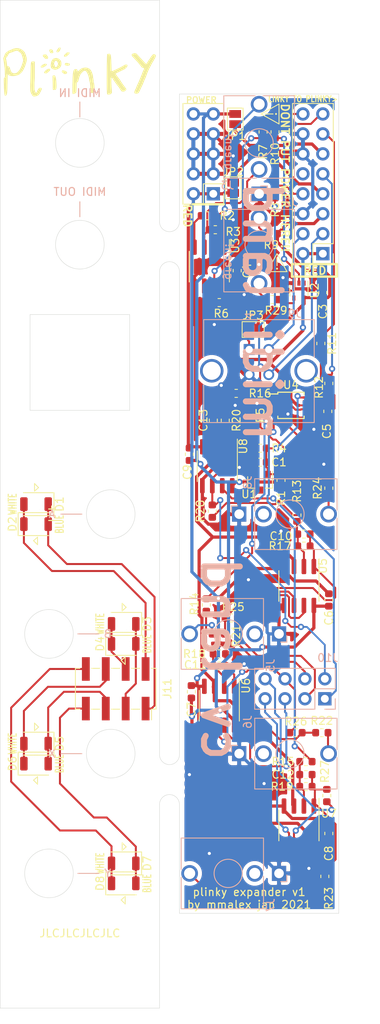
<source format=kicad_pcb>
(kicad_pcb (version 20171130) (host pcbnew "(5.1.6)-1")
  (layers (0 F.Cu signal) (31 B.Cu signal) (34 B.Paste user) (35 F.Paste user) (36 B.SilkS user) (37 F.SilkS user) (38 B.Mask user) (39 F.Mask user) (44 Edge.Cuts user))
  (net 0 "")
  (net 1 "Net-(C1-Pad2)")
  (net 2 GND)
  (net 3 +12V)
  (net 4 -12V)
  (net 5 +5V)
  (net 6 "Net-(D1-Pad2)")
  (net 7 "Net-(D1-Pad1)")
  (net 8 "Net-(D3-Pad2)")
  (net 9 "Net-(D3-Pad1)")
  (net 10 RX)
  (net 11 MOSI)
  (net 12 +3V3)
  (net 13 TX)
  (net 14 CS)
  (net 15 CLK)
  (net 16 /_MIDIIN2)
  (net 17 /_MIDIIN1)
  (net 18 /_MIDIOUT)
  (net 19 "Net-(J6-PadT)")
  (net 20 "Net-(J7-PadT)")
  (net 21 "Net-(J8-PadT)")
  (net 22 VREF)
  (net 23 DACX)
  (net 24 DACB)
  (net 25 DACA)
  (net 26 DACY)
  (net 27 "Net-(J1-Pad16)")
  (net 28 "Net-(J1-Pad15)")
  (net 29 "Net-(J1-Pad13)")
  (net 30 "Net-(J1-Pad9)")
  (net 31 "Net-(J1-Pad8)")
  (net 32 "Net-(C10-Pad2)")
  (net 33 "Net-(C10-Pad1)")
  (net 34 "Net-(C11-Pad2)")
  (net 35 "Net-(C11-Pad1)")
  (net 36 "Net-(C12-Pad2)")
  (net 37 "Net-(C12-Pad1)")
  (net 38 "Net-(C13-Pad2)")
  (net 39 "Net-(C13-Pad1)")
  (net 40 DM)
  (net 41 DP)
  (net 42 "Net-(R2-Pad2)")
  (net 43 "Net-(R3-Pad2)")
  (net 44 "Net-(J2-PadT)")
  (net 45 "Net-(J5-PadT)")
  (net 46 "Net-(J9-Pad1)")
  (net 47 "Net-(J2-PadTN)")
  (net 48 +12VB)
  (net 49 -12VB)
  (net 50 "Net-(D5-Pad2)")
  (net 51 "Net-(D5-Pad1)")
  (net 52 "Net-(D7-Pad2)")
  (net 53 "Net-(D7-Pad1)")
  (net 54 N4)
  (net 55 P4)
  (net 56 N3)
  (net 57 P3)
  (net 58 N2)
  (net 59 P2)
  (net 60 N1)
  (net 61 P1)
  (net 62 MISO)
  (net 63 "Net-(J9-Pad6)")
  (net 64 "Net-(J9-Pad5)")
  (net 65 "Net-(U2-Pad1)")
  (module plinky:logosmall (layer F.Cu) (at 35.687 34.417)
    (fp_text reference G*** hide)
    (fp_text value LOGO hide)
  )
  (module plinky:led_reverse_2 (layer F.Cu) (at 41.148 137.795)
    (fp_text reference D8 (at -3 0 90) (layer F.SilkS))
    (fp_text value BLUE (at 3 0 90) (layer F.SilkS) (effects (font (size 1 0.635))))
    (pad "" np_thru_hole oval (at 0 0) (size 1.7018 1.7018) (drill oval 1.7018) (layers *.Cu *.Mask))
    (pad 2 smd roundrect (at 1.55 0) (size 0.95 1.75) (layers F.Cu F.Paste F.Mask) (roundrect_rratio 0.2) (net 53 "Net-(D7-Pad1)"))
    (pad 1 smd roundrect (at -1.55 0) (size 0.95 1.75) (layers F.Cu F.Paste F.Mask) (roundrect_rratio 0.2) (net 52 "Net-(D7-Pad2)"))
  )
  (module plinky:led_reverse_2 (layer F.Cu) (at 41.148 135.255 180)
    (fp_text reference D7 (at -3 0 90) (layer F.SilkS))
    (fp_text value WHITE (at 3 0 90) (layer F.SilkS) (effects (font (size 1 0.635))))
    (pad "" np_thru_hole oval (at 0 0 180) (size 1.7018 1.7018) (drill oval 1.7018) (layers *.Cu *.Mask))
    (pad 2 smd roundrect (at 1.55 0 180) (size 0.95 1.75) (layers F.Cu F.Paste F.Mask) (roundrect_rratio 0.2) (net 52 "Net-(D7-Pad2)"))
    (pad 1 smd roundrect (at -1.55 0 180) (size 0.95 1.75) (layers F.Cu F.Paste F.Mask) (roundrect_rratio 0.2) (net 53 "Net-(D7-Pad1)"))
  )
  (module plinky:led_reverse_2 (layer F.Cu) (at 29.972 122.555)
    (fp_text reference D6 (at -3 0 90) (layer F.SilkS))
    (fp_text value BLUE (at 3 0 90) (layer F.SilkS) (effects (font (size 1 0.635))))
    (pad "" np_thru_hole oval (at 0 0) (size 1.7018 1.7018) (drill oval 1.7018) (layers *.Cu *.Mask))
    (pad 2 smd roundrect (at 1.55 0) (size 0.95 1.75) (layers F.Cu F.Paste F.Mask) (roundrect_rratio 0.2) (net 51 "Net-(D5-Pad1)"))
    (pad 1 smd roundrect (at -1.55 0) (size 0.95 1.75) (layers F.Cu F.Paste F.Mask) (roundrect_rratio 0.2) (net 50 "Net-(D5-Pad2)"))
  )
  (module plinky:led_reverse_2 (layer F.Cu) (at 29.972 120.015 180)
    (fp_text reference D5 (at -3 0 90) (layer F.SilkS))
    (fp_text value WHITE (at 3 0 90) (layer F.SilkS) (effects (font (size 1 0.635))))
    (pad "" np_thru_hole oval (at 0 0 180) (size 1.7018 1.7018) (drill oval 1.7018) (layers *.Cu *.Mask))
    (pad 2 smd roundrect (at 1.55 0 180) (size 0.95 1.75) (layers F.Cu F.Paste F.Mask) (roundrect_rratio 0.2) (net 50 "Net-(D5-Pad2)"))
    (pad 1 smd roundrect (at -1.55 0 180) (size 0.95 1.75) (layers F.Cu F.Paste F.Mask) (roundrect_rratio 0.2) (net 51 "Net-(D5-Pad1)"))
  )
  (module plinky:led_reverse_2 (layer F.Cu) (at 41.148 107.315)
    (fp_text reference D4 (at -3 0 90) (layer F.SilkS))
    (fp_text value BLUE (at 3 0 90) (layer F.SilkS) (effects (font (size 1 0.635))))
    (pad "" np_thru_hole oval (at 0 0) (size 1.7018 1.7018) (drill oval 1.7018) (layers *.Cu *.Mask))
    (pad 2 smd roundrect (at 1.55 0) (size 0.95 1.75) (layers F.Cu F.Paste F.Mask) (roundrect_rratio 0.2) (net 9 "Net-(D3-Pad1)"))
    (pad 1 smd roundrect (at -1.55 0) (size 0.95 1.75) (layers F.Cu F.Paste F.Mask) (roundrect_rratio 0.2) (net 8 "Net-(D3-Pad2)"))
  )
  (module plinky:led_reverse_2 (layer F.Cu) (at 41.148 104.775 180)
    (fp_text reference D3 (at -3 0 90) (layer F.SilkS))
    (fp_text value WHITE (at 3 0 90) (layer F.SilkS) (effects (font (size 1 0.635))))
    (pad "" np_thru_hole oval (at 0 0 180) (size 1.7018 1.7018) (drill oval 1.7018) (layers *.Cu *.Mask))
    (pad 2 smd roundrect (at 1.55 0 180) (size 0.95 1.75) (layers F.Cu F.Paste F.Mask) (roundrect_rratio 0.2) (net 8 "Net-(D3-Pad2)"))
    (pad 1 smd roundrect (at -1.55 0 180) (size 0.95 1.75) (layers F.Cu F.Paste F.Mask) (roundrect_rratio 0.2) (net 9 "Net-(D3-Pad1)"))
  )
  (module plinky:led_reverse_2 (layer F.Cu) (at 29.972 92.075)
    (fp_text reference D2 (at -3 0 90) (layer F.SilkS))
    (fp_text value BLUE (at 3 0 90) (layer F.SilkS) (effects (font (size 1 0.635))))
    (fp_text user + (at 2 -2) (layer F.SilkS))
    (pad "" np_thru_hole oval (at 0 0) (size 1.7018 1.7018) (drill oval 1.7018) (layers *.Cu *.Mask))
    (pad 2 smd roundrect (at 1.55 0) (size 0.95 1.75) (layers F.Cu F.Paste F.Mask) (roundrect_rratio 0.2) (net 7 "Net-(D1-Pad1)"))
    (pad 1 smd roundrect (at -1.55 0) (size 0.95 1.75) (layers F.Cu F.Paste F.Mask) (roundrect_rratio 0.2) (net 6 "Net-(D1-Pad2)"))
  )
  (module plinky:led_reverse_2 (layer F.Cu) (at 29.972 89.535 180)
    (fp_text reference D1 (at -3 0 90) (layer F.SilkS))
    (fp_text value WHITE (at 3 0 270) (layer F.SilkS) (effects (font (size 1 0.635))))
    (fp_text user - (at -2 -2) (layer F.SilkS))
    (pad "" np_thru_hole oval (at 0 0 180) (size 1.7018 1.7018) (drill oval 1.7018) (layers *.Cu *.Mask))
    (pad 2 smd roundrect (at 1.55 0 180) (size 0.95 1.75) (layers F.Cu F.Paste F.Mask) (roundrect_rratio 0.2) (net 6 "Net-(D1-Pad2)"))
    (pad 1 smd roundrect (at -1.55 0 180) (size 0.95 1.75) (layers F.Cu F.Paste F.Mask) (roundrect_rratio 0.2) (net 7 "Net-(D1-Pad1)"))
  )
  (module plinky:mousebite2 (layer F.Cu) (at 45.72 124.587)
    (fp_text reference REF** hide)
    (fp_text value mousebite2)
    (pad "" np_thru_hole circle (at 0 0) (size 0.5 0.5) (drill 0.5) (layers *.Cu *.Mask))
    (pad "" np_thru_hole circle (at 0 -1) (size 0.5 0.5) (drill 0.5) (layers *.Cu *.Mask))
    (pad "" np_thru_hole circle (at 0 -2) (size 0.5 0.5) (drill 0.5) (layers *.Cu *.Mask))
    (pad "" np_thru_hole circle (at 0 1) (size 0.5 0.5) (drill 0.5) (layers *.Cu *.Mask))
    (pad "" np_thru_hole circle (at 0 2) (size 0.5 0.5) (drill 0.5) (layers *.Cu *.Mask))
  )
  (module plinky:mousebite2 (layer F.Cu) (at 48.26 124.587)
    (fp_text reference REF** hide)
    (fp_text value mousebite2)
    (pad "" np_thru_hole circle (at 0 2) (size 0.5 0.5) (drill 0.5) (layers *.Cu *.Mask))
    (pad "" np_thru_hole circle (at 0 1) (size 0.5 0.5) (drill 0.5) (layers *.Cu *.Mask))
    (pad "" np_thru_hole circle (at 0 -2) (size 0.5 0.5) (drill 0.5) (layers *.Cu *.Mask))
    (pad "" np_thru_hole circle (at 0 -1) (size 0.5 0.5) (drill 0.5) (layers *.Cu *.Mask))
    (pad "" np_thru_hole circle (at 0 0) (size 0.5 0.5) (drill 0.5) (layers *.Cu *.Mask))
  )
  (module plinky:mousebite2 (layer F.Cu) (at 48.26 56.785)
    (fp_text reference REF** hide)
    (fp_text value mousebite2)
    (pad "" np_thru_hole circle (at 0 0) (size 0.5 0.5) (drill 0.5) (layers *.Cu *.Mask))
    (pad "" np_thru_hole circle (at 0 -1) (size 0.5 0.5) (drill 0.5) (layers *.Cu *.Mask))
    (pad "" np_thru_hole circle (at 0 -2) (size 0.5 0.5) (drill 0.5) (layers *.Cu *.Mask))
    (pad "" np_thru_hole circle (at 0 1) (size 0.5 0.5) (drill 0.5) (layers *.Cu *.Mask))
    (pad "" np_thru_hole circle (at 0 2) (size 0.5 0.5) (drill 0.5) (layers *.Cu *.Mask))
  )
  (module plinky:mousebite2 (layer F.Cu) (at 45.72 56.785)
    (fp_text reference REF** hide)
    (fp_text value mousebite2)
    (pad "" np_thru_hole circle (at 0 2) (size 0.5 0.5) (drill 0.5) (layers *.Cu *.Mask))
    (pad "" np_thru_hole circle (at 0 1) (size 0.5 0.5) (drill 0.5) (layers *.Cu *.Mask))
    (pad "" np_thru_hole circle (at 0 -2) (size 0.5 0.5) (drill 0.5) (layers *.Cu *.Mask))
    (pad "" np_thru_hole circle (at 0 -1) (size 0.5 0.5) (drill 0.5) (layers *.Cu *.Mask))
    (pad "" np_thru_hole circle (at 0 0) (size 0.5 0.5) (drill 0.5) (layers *.Cu *.Mask))
  )
  (module plinky:USB_B_TE_5787834_Vertical_two_shield (layer B.Cu) (at 57.15 69.85 180)
    (fp_text reference J9 (at -5.8 4.55 180) (layer B.SilkS) (effects (justify mirror)))
    (fp_text value USB_B_noshield)
    (pad 2 thru_hole circle (at -2.5 0 180) (size 1.4 1.4) (drill 0.92) (layers *.Cu *.Mask) (net 40 DM))
    (pad 6 thru_hole circle (at -7.27 -2.71 180) (size 3 3) (drill 2.3) (layers *.Cu *.Mask) (net 63 "Net-(J9-Pad6)"))
    (pad 1 thru_hole rect (at 0 0 180) (size 1.4 1.4) (drill 0.92) (layers *.Cu *.Mask) (net 46 "Net-(J9-Pad1)"))
    (pad 3 thru_hole circle (at -2.5 -3.2 180) (size 1.4 1.4) (drill 0.92) (layers *.Cu *.Mask) (net 41 DP))
    (pad 4 thru_hole circle (at 0 -3.2 180) (size 1.4 1.4) (drill 0.92) (layers *.Cu *.Mask) (net 2 GND))
    (pad 5 thru_hole circle (at 4.77 -2.71 180) (size 3 3) (drill 2.3) (layers *.Cu *.Mask) (net 64 "Net-(J9-Pad5)"))
  )
  (module plinky:eurohole (layer F.Cu) (at 38.27 28.4)
    (fp_text reference REF** hide)
    (fp_text value eurohole)
    (pad "" np_thru_hole oval (at 0 0) (size 5.9 3.3) (drill oval 5.9 3.3) (layers *.Cu *.Mask))
  )
  (module plinky:eurohole (layer F.Cu) (at 38.27 150.67)
    (fp_text reference REF** hide)
    (fp_text value eurohole)
    (pad "" np_thru_hole oval (at 0 0) (size 5.9 3.3) (drill oval 5.9 3.3) (layers *.Cu *.Mask))
  )
  (module Package_TO_SOT_SMD:SOT-353_SC-70-5 (layer F.Cu) (at 63.5 62.357 270)
    (fp_text reference U2 (at 0 -2 270) (layer F.SilkS))
    (fp_text value SN74LVC1G17DBV)
    (pad 5 smd rect (at 0.95 -0.65 270) (size 0.65 0.4) (layers F.Cu F.Paste F.Mask) (net 5 +5V))
    (pad 4 smd rect (at 0.95 0.65 270) (size 0.65 0.4) (layers F.Cu F.Paste F.Mask) (net 18 /_MIDIOUT))
    (pad 2 smd rect (at -0.95 0 270) (size 0.65 0.4) (layers F.Cu F.Paste F.Mask) (net 13 TX))
    (pad 3 smd rect (at -0.95 0.65 270) (size 0.65 0.4) (layers F.Cu F.Paste F.Mask) (net 2 GND))
    (pad 1 smd rect (at -0.95 -0.65 270) (size 0.65 0.4) (layers F.Cu F.Paste F.Mask) (net 65 "Net-(U2-Pad1)"))
  )
  (module Connector_PinSocket_2.54mm:PinSocket_2x04_P2.54mm_Vertical_SMD (layer F.Cu) (at 40.132 113.03 270)
    (fp_text reference J11 (at 0 -6.58 90) (layer F.SilkS))
    (fp_text value Conn_02x04_Odd_Even)
    (pad 8 smd rect (at -2.52 3.81 270) (size 3 1) (layers F.Cu F.Paste F.Mask) (net 52 "Net-(D7-Pad2)"))
    (pad 7 smd rect (at 2.52 3.81 270) (size 3 1) (layers F.Cu F.Paste F.Mask) (net 53 "Net-(D7-Pad1)"))
    (pad 6 smd rect (at -2.52 1.27 270) (size 3 1) (layers F.Cu F.Paste F.Mask) (net 50 "Net-(D5-Pad2)"))
    (pad 5 smd rect (at 2.52 1.27 270) (size 3 1) (layers F.Cu F.Paste F.Mask) (net 51 "Net-(D5-Pad1)"))
    (pad 4 smd rect (at -2.52 -1.27 270) (size 3 1) (layers F.Cu F.Paste F.Mask) (net 8 "Net-(D3-Pad2)"))
    (pad 3 smd rect (at 2.52 -1.27 270) (size 3 1) (layers F.Cu F.Paste F.Mask) (net 9 "Net-(D3-Pad1)"))
    (pad 2 smd rect (at -2.52 -3.81 270) (size 3 1) (layers F.Cu F.Paste F.Mask) (net 6 "Net-(D1-Pad2)"))
    (pad 1 smd rect (at 2.52 -3.81 270) (size 3 1) (layers F.Cu F.Paste F.Mask) (net 7 "Net-(D1-Pad1)"))
  )
  (module Connector_PinHeader_2.54mm:PinHeader_2x04_P2.54mm_Vertical (layer B.Cu) (at 66.802 114.3 90)
    (fp_text reference J10 (at 5.207 0.381 180) (layer B.SilkS) (effects (justify mirror)))
    (fp_text value Conn_02x04_Odd_Even)
    (pad 8 thru_hole oval (at 2.54 -7.62 90) (size 1.7 1.7) (drill 1) (layers *.Cu *.Mask) (net 54 N4))
    (pad 7 thru_hole oval (at 0 -7.62 90) (size 1.7 1.7) (drill 1) (layers *.Cu *.Mask) (net 55 P4))
    (pad 6 thru_hole oval (at 2.54 -5.08 90) (size 1.7 1.7) (drill 1) (layers *.Cu *.Mask) (net 56 N3))
    (pad 5 thru_hole oval (at 0 -5.08 90) (size 1.7 1.7) (drill 1) (layers *.Cu *.Mask) (net 57 P3))
    (pad 4 thru_hole oval (at 2.54 -2.54 90) (size 1.7 1.7) (drill 1) (layers *.Cu *.Mask) (net 58 N2))
    (pad 3 thru_hole oval (at 0 -2.54 90) (size 1.7 1.7) (drill 1) (layers *.Cu *.Mask) (net 59 P2))
    (pad 2 thru_hole oval (at 2.54 0 90) (size 1.7 1.7) (drill 1) (layers *.Cu *.Mask) (net 60 N1))
    (pad 1 thru_hole rect (at 0 0 90) (size 1.7 1.7) (drill 1) (layers *.Cu *.Mask) (net 61 P1))
  )
  (module Connector_Audio:Jack_3.5mm_QingPu_WQP-PJ398SM_Vertical_CircularHoles (layer B.Cu) (at 58.42 50.038)
    (fp_text reference J3 (at -4.03 -1.08 180) (layer B.SilkS) (effects (justify mirror)))
    (fp_text value AudioJack2_SwitchT)
    (pad T thru_hole circle (at 0 -11.4 180) (size 2.13 2.13) (drill 1.43) (layers *.Cu *.Mask) (net 17 /_MIDIIN1))
    (pad S thru_hole rect (at 0 0 180) (size 1.93 1.83) (drill 1.22) (layers *.Cu *.Mask) (net 2 GND))
    (pad TN thru_hole circle (at 0 -3.1 180) (size 2.13 2.13) (drill 1.42) (layers *.Cu *.Mask) (net 16 /_MIDIIN2))
  )
  (module Connector_Audio:Jack_3.5mm_QingPu_WQP-PJ398SM_Vertical_CircularHoles (layer B.Cu) (at 58.42 50.038 180)
    (fp_text reference J2 (at -4.03 -1.08 180) (layer B.SilkS) (effects (justify mirror)))
    (fp_text value AudioJack2_SwitchT)
    (pad T thru_hole circle (at 0 -11.4) (size 2.13 2.13) (drill 1.43) (layers *.Cu *.Mask) (net 44 "Net-(J2-PadT)"))
    (pad S thru_hole rect (at 0 0) (size 1.93 1.83) (drill 1.22) (layers *.Cu *.Mask) (net 2 GND))
    (pad TN thru_hole circle (at 0 -3.1) (size 2.13 2.13) (drill 1.42) (layers *.Cu *.Mask) (net 47 "Net-(J2-PadTN)"))
  )
  (module Connector_Audio:Jack_3.5mm_QingPu_WQP-PJ398SM_Vertical_CircularHoles (layer B.Cu) (at 55.88 90.805 270)
    (fp_text reference J8 (at -4.03 -1.08 90) (layer B.SilkS) (effects (justify mirror)))
    (fp_text value AudioJack3)
    (pad T thru_hole circle (at 0 -11.4 90) (size 2.13 2.13) (drill 1.43) (layers *.Cu *.Mask) (net 21 "Net-(J8-PadT)"))
    (pad S thru_hole rect (at 0 0 90) (size 1.93 1.83) (drill 1.22) (layers *.Cu *.Mask) (net 2 GND))
    (pad TN thru_hole circle (at 0 -3.1 90) (size 2.13 2.13) (drill 1.42) (layers *.Cu *.Mask))
  )
  (module Connector_Audio:Jack_3.5mm_QingPu_WQP-PJ398SM_Vertical_CircularHoles (layer B.Cu) (at 60.96 136.525 90)
    (fp_text reference J7 (at -4.03 -1.08 90) (layer B.SilkS) (effects (justify mirror)))
    (fp_text value AudioJack3)
    (pad T thru_hole circle (at 0 -11.4 270) (size 2.13 2.13) (drill 1.43) (layers *.Cu *.Mask) (net 20 "Net-(J7-PadT)"))
    (pad S thru_hole rect (at 0 0 270) (size 1.93 1.83) (drill 1.22) (layers *.Cu *.Mask) (net 2 GND))
    (pad TN thru_hole circle (at 0 -3.1 270) (size 2.13 2.13) (drill 1.42) (layers *.Cu *.Mask))
  )
  (module Connector_Audio:Jack_3.5mm_QingPu_WQP-PJ398SM_Vertical_CircularHoles (layer B.Cu) (at 55.88 121.285 270)
    (fp_text reference J6 (at -4.03 -1.08 90) (layer B.SilkS) (effects (justify mirror)))
    (fp_text value AudioJack3)
    (pad T thru_hole circle (at 0 -11.4 90) (size 2.13 2.13) (drill 1.43) (layers *.Cu *.Mask) (net 19 "Net-(J6-PadT)"))
    (pad S thru_hole rect (at 0 0 90) (size 1.93 1.83) (drill 1.22) (layers *.Cu *.Mask) (net 2 GND))
    (pad TN thru_hole circle (at 0 -3.1 90) (size 2.13 2.13) (drill 1.42) (layers *.Cu *.Mask))
  )
  (module Connector_Audio:Jack_3.5mm_QingPu_WQP-PJ398SM_Vertical_CircularHoles (layer B.Cu) (at 60.96 106.045 90)
    (fp_text reference J5 (at -4.03 -1.08 90) (layer B.SilkS) (effects (justify mirror)))
    (fp_text value AudioJack3)
    (pad T thru_hole circle (at 0 -11.4 270) (size 2.13 2.13) (drill 1.43) (layers *.Cu *.Mask) (net 45 "Net-(J5-PadT)"))
    (pad S thru_hole rect (at 0 0 270) (size 1.93 1.83) (drill 1.22) (layers *.Cu *.Mask) (net 2 GND))
    (pad TN thru_hole circle (at 0 -3.1 270) (size 2.13 2.13) (drill 1.42) (layers *.Cu *.Mask))
  )
  (module Resistor_SMD:R_0603_1608Metric (layer F.Cu) (at 60.0965 63.5 180)
    (fp_text reference R29 (at -0.4825 -1.397 180) (layer F.SilkS))
    (fp_text value 220R)
    (pad 2 smd roundrect (at 0.7875 0 180) (size 0.875 0.95) (layers F.Cu F.Paste F.Mask) (net 44 "Net-(J2-PadT)"))
    (pad 1 smd roundrect (at -0.7875 0 180) (size 0.875 0.95) (layers F.Cu F.Paste F.Mask) (net 18 /_MIDIOUT))
  )
  (module Jumper:SolderJumper-2_P1.3mm_Open_Pad1.0x1.5mm (layer F.Cu) (at 57.658 67.31)
    (fp_text reference JP3 (at 0 -1.8) (layer F.SilkS))
    (fp_text value SolderJumper_2_Open)
    (pad 1 smd rect (at -0.65 0) (size 1 1.5) (layers F.Cu F.Mask) (net 46 "Net-(J9-Pad1)"))
    (pad 2 smd rect (at 0.65 0) (size 1 1.5) (layers F.Cu F.Mask) (net 5 +5V))
  )
  (module Package_SO:SOIC-8_3.9x4.9mm_P1.27mm (layer F.Cu) (at 53.086 84.709 270)
    (fp_text reference U8 (at -2.54 -3.302 90) (layer F.SilkS))
    (fp_text value TL072)
    (pad 8 smd roundrect (at 2.475 -1.905 270) (size 1.95 0.6) (layers F.Cu F.Paste F.Mask) (net 3 +12V))
    (pad 7 smd roundrect (at 2.475 -0.635 270) (size 1.95 0.6) (layers F.Cu F.Paste F.Mask) (net 61 P1))
    (pad 6 smd roundrect (at 2.475 0.635 270) (size 1.95 0.6) (layers F.Cu F.Paste F.Mask) (net 60 N1))
    (pad 5 smd roundrect (at 2.475 1.905 270) (size 1.95 0.6) (layers F.Cu F.Paste F.Mask) (net 2 GND))
    (pad 4 smd roundrect (at -2.475 1.905 270) (size 1.95 0.6) (layers F.Cu F.Paste F.Mask) (net 4 -12V))
    (pad 3 smd roundrect (at -2.475 0.635 270) (size 1.95 0.6) (layers F.Cu F.Paste F.Mask) (net 22 VREF))
    (pad 2 smd roundrect (at -2.475 -0.635 270) (size 1.95 0.6) (layers F.Cu F.Paste F.Mask) (net 38 "Net-(C13-Pad2)"))
    (pad 1 smd roundrect (at -2.475 -1.905 270) (size 1.95 0.6) (layers F.Cu F.Paste F.Mask) (net 39 "Net-(C13-Pad1)"))
  )
  (module Package_SO:SOIC-8_3.9x4.9mm_P1.27mm (layer F.Cu) (at 63.5 130.429 270)
    (fp_text reference U7 (at -1.524 -3.81 180) (layer F.SilkS))
    (fp_text value TL072)
    (pad 8 smd roundrect (at 2.475 -1.905 270) (size 1.95 0.6) (layers F.Cu F.Paste F.Mask) (net 3 +12V))
    (pad 7 smd roundrect (at 2.475 -0.635 270) (size 1.95 0.6) (layers F.Cu F.Paste F.Mask) (net 55 P4))
    (pad 6 smd roundrect (at 2.475 0.635 270) (size 1.95 0.6) (layers F.Cu F.Paste F.Mask) (net 54 N4))
    (pad 5 smd roundrect (at 2.475 1.905 270) (size 1.95 0.6) (layers F.Cu F.Paste F.Mask) (net 2 GND))
    (pad 4 smd roundrect (at -2.475 1.905 270) (size 1.95 0.6) (layers F.Cu F.Paste F.Mask) (net 4 -12V))
    (pad 3 smd roundrect (at -2.475 0.635 270) (size 1.95 0.6) (layers F.Cu F.Paste F.Mask) (net 22 VREF))
    (pad 2 smd roundrect (at -2.475 -0.635 270) (size 1.95 0.6) (layers F.Cu F.Paste F.Mask) (net 36 "Net-(C12-Pad2)"))
    (pad 1 smd roundrect (at -2.475 -1.905 270) (size 1.95 0.6) (layers F.Cu F.Paste F.Mask) (net 37 "Net-(C12-Pad1)"))
  )
  (module Package_SO:SOIC-8_3.9x4.9mm_P1.27mm (layer F.Cu) (at 53.34 115.189 270)
    (fp_text reference U6 (at -2.54 -3.4 90) (layer F.SilkS))
    (fp_text value TL072)
    (pad 8 smd roundrect (at 2.475 -1.905 270) (size 1.95 0.6) (layers F.Cu F.Paste F.Mask) (net 3 +12V))
    (pad 7 smd roundrect (at 2.475 -0.635 270) (size 1.95 0.6) (layers F.Cu F.Paste F.Mask) (net 57 P3))
    (pad 6 smd roundrect (at 2.475 0.635 270) (size 1.95 0.6) (layers F.Cu F.Paste F.Mask) (net 56 N3))
    (pad 5 smd roundrect (at 2.475 1.905 270) (size 1.95 0.6) (layers F.Cu F.Paste F.Mask) (net 2 GND))
    (pad 4 smd roundrect (at -2.475 1.905 270) (size 1.95 0.6) (layers F.Cu F.Paste F.Mask) (net 4 -12V))
    (pad 3 smd roundrect (at -2.475 0.635 270) (size 1.95 0.6) (layers F.Cu F.Paste F.Mask) (net 22 VREF))
    (pad 2 smd roundrect (at -2.475 -0.635 270) (size 1.95 0.6) (layers F.Cu F.Paste F.Mask) (net 34 "Net-(C11-Pad2)"))
    (pad 1 smd roundrect (at -2.475 -1.905 270) (size 1.95 0.6) (layers F.Cu F.Paste F.Mask) (net 35 "Net-(C11-Pad1)"))
  )
  (module Package_SO:SOIC-8_3.9x4.9mm_P1.27mm (layer F.Cu) (at 63.5 99.949 270)
    (fp_text reference U5 (at -2.54 -3.048 90) (layer F.SilkS))
    (fp_text value TL072)
    (pad 8 smd roundrect (at 2.475 -1.905 270) (size 1.95 0.6) (layers F.Cu F.Paste F.Mask) (net 3 +12V))
    (pad 7 smd roundrect (at 2.475 -0.635 270) (size 1.95 0.6) (layers F.Cu F.Paste F.Mask) (net 59 P2))
    (pad 6 smd roundrect (at 2.475 0.635 270) (size 1.95 0.6) (layers F.Cu F.Paste F.Mask) (net 58 N2))
    (pad 5 smd roundrect (at 2.475 1.905 270) (size 1.95 0.6) (layers F.Cu F.Paste F.Mask) (net 2 GND))
    (pad 4 smd roundrect (at -2.475 1.905 270) (size 1.95 0.6) (layers F.Cu F.Paste F.Mask) (net 4 -12V))
    (pad 3 smd roundrect (at -2.475 0.635 270) (size 1.95 0.6) (layers F.Cu F.Paste F.Mask) (net 22 VREF))
    (pad 2 smd roundrect (at -2.475 -0.635 270) (size 1.95 0.6) (layers F.Cu F.Paste F.Mask) (net 32 "Net-(C10-Pad2)"))
    (pad 1 smd roundrect (at -2.475 -1.905 270) (size 1.95 0.6) (layers F.Cu F.Paste F.Mask) (net 33 "Net-(C10-Pad1)"))
  )
  (module Package_SO:MSOP-10_3x3mm_P0.5mm (layer F.Cu) (at 62.484 76.962)
    (fp_text reference U4 (at 0 -2.6 180) (layer F.SilkS))
    (fp_text value DAC7554IDGS)
    (pad 10 smd rect (at 2.2 -1) (size 1.4 0.3) (layers F.Cu F.Paste F.Mask) (net 1 "Net-(C1-Pad2)"))
    (pad 9 smd rect (at 2.2 -0.5) (size 1.4 0.3) (layers F.Cu F.Paste F.Mask) (net 14 CS))
    (pad 8 smd rect (at 2.2 0) (size 1.4 0.3) (layers F.Cu F.Paste F.Mask) (net 12 +3V3))
    (pad 7 smd rect (at 2.2 0.5) (size 1.4 0.3) (layers F.Cu F.Paste F.Mask) (net 11 MOSI))
    (pad 6 smd rect (at 2.2 1) (size 1.4 0.3) (layers F.Cu F.Paste F.Mask) (net 15 CLK))
    (pad 5 smd rect (at -2.2 1) (size 1.4 0.3) (layers F.Cu F.Paste F.Mask) (net 26 DACY))
    (pad 4 smd rect (at -2.2 0.5) (size 1.4 0.3) (layers F.Cu F.Paste F.Mask) (net 23 DACX))
    (pad 3 smd rect (at -2.2 0) (size 1.4 0.3) (layers F.Cu F.Paste F.Mask) (net 2 GND))
    (pad 2 smd rect (at -2.2 -0.5) (size 1.4 0.3) (layers F.Cu F.Paste F.Mask) (net 24 DACB))
    (pad 1 smd rect (at -2.2 -1) (size 1.4 0.3) (layers F.Cu F.Paste F.Mask) (net 25 DACA))
  )
  (module Package_SO:SOIC-8_3.9x4.9mm_P1.27mm (layer F.Cu) (at 52.07 59.309 270)
    (fp_text reference U3 (at -2.667 -3.302 90) (layer F.SilkS))
    (fp_text value HCPL-0631)
    (pad 8 smd roundrect (at 2.475 -1.905 270) (size 1.95 0.6) (layers F.Cu F.Paste F.Mask) (net 5 +5V))
    (pad 7 smd roundrect (at 2.475 -0.635 270) (size 1.95 0.6) (layers F.Cu F.Paste F.Mask) (net 10 RX))
    (pad 6 smd roundrect (at 2.475 0.635 270) (size 1.95 0.6) (layers F.Cu F.Paste F.Mask) (net 10 RX))
    (pad 5 smd roundrect (at 2.475 1.905 270) (size 1.95 0.6) (layers F.Cu F.Paste F.Mask) (net 2 GND))
    (pad 4 smd roundrect (at -2.475 1.905 270) (size 1.95 0.6) (layers F.Cu F.Paste F.Mask) (net 43 "Net-(R3-Pad2)"))
    (pad 3 smd roundrect (at -2.475 0.635 270) (size 1.95 0.6) (layers F.Cu F.Paste F.Mask) (net 16 /_MIDIIN2))
    (pad 2 smd roundrect (at -2.475 -0.635 270) (size 1.95 0.6) (layers F.Cu F.Paste F.Mask) (net 17 /_MIDIIN1))
    (pad 1 smd roundrect (at -2.475 -1.905 270) (size 1.95 0.6) (layers F.Cu F.Paste F.Mask) (net 42 "Net-(R2-Pad2)"))
  )
  (module Package_TO_SOT_SMD:SOT-23 (layer F.Cu) (at 58.547 86.741 270)
    (fp_text reference U1 (at 1.524 1.397) (layer F.SilkS))
    (fp_text value LM4040DBZ-2.5)
    (pad 3 smd rect (at 1 0 270) (size 0.9 0.8) (layers F.Cu F.Paste F.Mask))
    (pad 2 smd rect (at -1 0.95 270) (size 0.9 0.8) (layers F.Cu F.Paste F.Mask) (net 2 GND))
    (pad 1 smd rect (at -1 -0.95 270) (size 0.9 0.8) (layers F.Cu F.Paste F.Mask) (net 1 "Net-(C1-Pad2)"))
  )
  (module Resistor_SMD:R_0603_1608Metric (layer F.Cu) (at 52.451 90.424 270)
    (fp_text reference R28 (at 0 1.524 90) (layer F.SilkS))
    (fp_text value 7.5k)
    (pad 2 smd roundrect (at 0.7875 0 270) (size 0.875 0.95) (layers F.Cu F.Paste F.Mask) (net 39 "Net-(C13-Pad1)"))
    (pad 1 smd roundrect (at -0.7875 0 270) (size 0.875 0.95) (layers F.Cu F.Paste F.Mask) (net 60 N1))
  )
  (module Resistor_SMD:R_0603_1608Metric (layer F.Cu) (at 67.056 126.619 90)
    (fp_text reference R27 (at 3.048 -0.254 270) (layer F.SilkS))
    (fp_text value 7.5k)
    (pad 1 smd roundrect (at -0.7875 0 90) (size 0.875 0.95) (layers F.Cu F.Paste F.Mask) (net 54 N4))
    (pad 2 smd roundrect (at 0.7875 0 90) (size 0.875 0.95) (layers F.Cu F.Paste F.Mask) (net 37 "Net-(C12-Pad1)"))
  )
  (module Resistor_SMD:R_0603_1608Metric (layer F.Cu) (at 63.119 118.618)
    (fp_text reference R26 (at 0 -1.43 180) (layer F.SilkS))
    (fp_text value 7.5k)
    (pad 2 smd roundrect (at 0.7875 0) (size 0.875 0.95) (layers F.Cu F.Paste F.Mask) (net 35 "Net-(C11-Pad1)"))
    (pad 1 smd roundrect (at -0.7875 0) (size 0.875 0.95) (layers F.Cu F.Paste F.Mask) (net 56 N3))
  )
  (module Resistor_SMD:R_0603_1608Metric (layer F.Cu) (at 54.864 104.013 180)
    (fp_text reference R25 (at -0.254 1.397 180) (layer F.SilkS))
    (fp_text value 7.5k)
    (pad 2 smd roundrect (at 0.7875 0 180) (size 0.875 0.95) (layers F.Cu F.Paste F.Mask) (net 33 "Net-(C10-Pad1)"))
    (pad 1 smd roundrect (at -0.7875 0 180) (size 0.875 0.95) (layers F.Cu F.Paste F.Mask) (net 58 N2))
  )
  (module Resistor_SMD:R_0603_1608Metric (layer F.Cu) (at 67.31 87.503 90)
    (fp_text reference R24 (at 0 -1.43 90) (layer F.SilkS))
    (fp_text value 220R)
    (pad 2 smd roundrect (at 0.7875 0 90) (size 0.875 0.95) (layers F.Cu F.Paste F.Mask) (net 39 "Net-(C13-Pad1)"))
    (pad 1 smd roundrect (at -0.7875 0 90) (size 0.875 0.95) (layers F.Cu F.Paste F.Mask) (net 21 "Net-(J8-PadT)"))
  )
  (module Resistor_SMD:R_0603_1608Metric (layer F.Cu) (at 66.802 136.906 90)
    (fp_text reference R23 (at -2.794 0.508 270) (layer F.SilkS))
    (fp_text value 220R)
    (pad 2 smd roundrect (at 0.7875 0 90) (size 0.875 0.95) (layers F.Cu F.Paste F.Mask) (net 37 "Net-(C12-Pad1)"))
    (pad 1 smd roundrect (at -0.7875 0 90) (size 0.875 0.95) (layers F.Cu F.Paste F.Mask) (net 20 "Net-(J7-PadT)"))
  )
  (module Resistor_SMD:R_0603_1608Metric (layer F.Cu) (at 66.421 118.618 180)
    (fp_text reference R22 (at 0 1.524 180) (layer F.SilkS))
    (fp_text value 220R)
    (pad 2 smd roundrect (at 0.7875 0 180) (size 0.875 0.95) (layers F.Cu F.Paste F.Mask) (net 35 "Net-(C11-Pad1)"))
    (pad 1 smd roundrect (at -0.7875 0 180) (size 0.875 0.95) (layers F.Cu F.Paste F.Mask) (net 19 "Net-(J6-PadT)"))
  )
  (module Resistor_SMD:R_0603_1608Metric (layer F.Cu) (at 53.213 106.045)
    (fp_text reference R21 (at 2.286 0.254 90) (layer F.SilkS))
    (fp_text value 220R)
    (pad 2 smd roundrect (at 0.7875 0) (size 0.875 0.95) (layers F.Cu F.Paste F.Mask) (net 33 "Net-(C10-Pad1)"))
    (pad 1 smd roundrect (at -0.7875 0) (size 0.875 0.95) (layers F.Cu F.Paste F.Mask) (net 45 "Net-(J5-PadT)"))
  )
  (module Resistor_SMD:R_0603_1608Metric (layer F.Cu) (at 54.102 78.867 270)
    (fp_text reference R20 (at 0 -1.43 270) (layer F.SilkS))
    (fp_text value 56k)
    (pad 2 smd roundrect (at 0.7875 0 270) (size 0.875 0.95) (layers F.Cu F.Paste F.Mask) (net 38 "Net-(C13-Pad2)"))
    (pad 1 smd roundrect (at -0.7875 0 270) (size 0.875 0.95) (layers F.Cu F.Paste F.Mask) (net 39 "Net-(C13-Pad1)"))
  )
  (module Resistor_SMD:R_0603_1608Metric (layer F.Cu) (at 64.389 125.476 180)
    (fp_text reference R19 (at 3.048 0) (layer F.SilkS))
    (fp_text value 56k)
    (pad 2 smd roundrect (at 0.7875 0 180) (size 0.875 0.95) (layers F.Cu F.Paste F.Mask) (net 36 "Net-(C12-Pad2)"))
    (pad 1 smd roundrect (at -0.7875 0 180) (size 0.875 0.95) (layers F.Cu F.Paste F.Mask) (net 37 "Net-(C12-Pad1)"))
  )
  (module Resistor_SMD:R_0603_1608Metric (layer F.Cu) (at 53.34 108.585 180)
    (fp_text reference R18 (at 3.175 0) (layer F.SilkS))
    (fp_text value 56k)
    (pad 2 smd roundrect (at 0.7875 0 180) (size 0.875 0.95) (layers F.Cu F.Paste F.Mask) (net 34 "Net-(C11-Pad2)"))
    (pad 1 smd roundrect (at -0.7875 0 180) (size 0.875 0.95) (layers F.Cu F.Paste F.Mask) (net 35 "Net-(C11-Pad1)"))
  )
  (module Resistor_SMD:R_0603_1608Metric (layer F.Cu) (at 64.135 94.869 180)
    (fp_text reference R17 (at 3.048 0) (layer F.SilkS))
    (fp_text value 56k)
    (pad 2 smd roundrect (at 0.7875 0 180) (size 0.875 0.95) (layers F.Cu F.Paste F.Mask) (net 32 "Net-(C10-Pad2)"))
    (pad 1 smd roundrect (at -0.7875 0 180) (size 0.875 0.95) (layers F.Cu F.Paste F.Mask) (net 33 "Net-(C10-Pad1)"))
  )
  (module Resistor_SMD:R_0603_1608Metric (layer F.Cu) (at 55.499 75.438)
    (fp_text reference R16 (at 3.048 0) (layer F.SilkS))
    (fp_text value 10k)
    (pad 2 smd roundrect (at 0.7875 0) (size 0.875 0.95) (layers F.Cu F.Paste F.Mask) (net 25 DACA))
    (pad 1 smd roundrect (at -0.7875 0) (size 0.875 0.95) (layers F.Cu F.Paste F.Mask) (net 38 "Net-(C13-Pad2)"))
  )
  (module Resistor_SMD:R_0603_1608Metric (layer F.Cu) (at 64.389 122.301)
    (fp_text reference R15 (at -2.921 0) (layer F.SilkS))
    (fp_text value 10k)
    (pad 2 smd roundrect (at 0.7875 0) (size 0.875 0.95) (layers F.Cu F.Paste F.Mask) (net 26 DACY))
    (pad 1 smd roundrect (at -0.7875 0) (size 0.875 0.95) (layers F.Cu F.Paste F.Mask) (net 36 "Net-(C12-Pad2)"))
  )
  (module Resistor_SMD:R_0603_1608Metric (layer F.Cu) (at 51.689 102.362 90)
    (fp_text reference R14 (at 0.127 -1.524 90) (layer F.SilkS))
    (fp_text value 10k)
    (pad 2 smd roundrect (at 0.7875 0 90) (size 0.875 0.95) (layers F.Cu F.Paste F.Mask) (net 23 DACX))
    (pad 1 smd roundrect (at -0.7875 0 90) (size 0.875 0.95) (layers F.Cu F.Paste F.Mask) (net 34 "Net-(C11-Pad2)"))
  )
  (module Resistor_SMD:R_0603_1608Metric (layer F.Cu) (at 63.246 90.932 90)
    (fp_text reference R13 (at 3.048 0 270) (layer F.SilkS))
    (fp_text value 10k)
    (pad 2 smd roundrect (at 0.7875 0 90) (size 0.875 0.95) (layers F.Cu F.Paste F.Mask) (net 24 DACB))
    (pad 1 smd roundrect (at -0.7875 0 90) (size 0.875 0.95) (layers F.Cu F.Paste F.Mask) (net 32 "Net-(C10-Pad2)"))
  )
  (module Resistor_SMD:R_0603_1608Metric (layer F.Cu) (at 67.31 74.168 270)
    (fp_text reference R12 (at 0.508 1.27 270) (layer F.SilkS))
    (fp_text value 10R)
    (pad 2 smd roundrect (at 0.7875 0 270) (size 0.875 0.95) (layers F.Cu F.Paste F.Mask) (net 15 CLK))
    (pad 1 smd roundrect (at -0.7875 0 270) (size 0.875 0.95) (layers F.Cu F.Paste F.Mask) (net 30 "Net-(J1-Pad9)"))
  )
  (module Resistor_SMD:R_0603_1608Metric (layer F.Cu) (at 66.294 69.088 270)
    (fp_text reference R11 (at 0 -1.43 270) (layer F.SilkS))
    (fp_text value 10R)
    (pad 2 smd roundrect (at 0.7875 0 270) (size 0.875 0.95) (layers F.Cu F.Paste F.Mask) (net 14 CS))
    (pad 1 smd roundrect (at -0.7875 0 270) (size 0.875 0.95) (layers F.Cu F.Paste F.Mask) (net 29 "Net-(J1-Pad13)"))
  )
  (module Resistor_SMD:R_0603_1608Metric (layer F.Cu) (at 60.452 42.164 270)
    (fp_text reference R10 (at 2.794 0 270) (layer F.SilkS))
    (fp_text value 10R)
    (pad 2 smd roundrect (at 0.7875 0 270) (size 0.875 0.95) (layers F.Cu F.Paste F.Mask) (net 13 TX))
    (pad 1 smd roundrect (at -0.7875 0 270) (size 0.875 0.95) (layers F.Cu F.Paste F.Mask) (net 28 "Net-(J1-Pad15)"))
  )
  (module Resistor_SMD:R_0603_1608Metric (layer F.Cu) (at 59.97 55.118 180)
    (fp_text reference R9 (at 0 -1.43 180) (layer F.SilkS))
    (fp_text value 220R)
    (pad 2 smd roundrect (at 0.7875 0 180) (size 0.875 0.95) (layers F.Cu F.Paste F.Mask) (net 47 "Net-(J2-PadTN)"))
    (pad 1 smd roundrect (at -0.7875 0 180) (size 0.875 0.95) (layers F.Cu F.Paste F.Mask) (net 5 +5V))
  )
  (module Resistor_SMD:R_0603_1608Metric (layer F.Cu) (at 60.452 49.784 90)
    (fp_text reference R8 (at -2.286 0 270) (layer F.SilkS))
    (fp_text value 10R)
    (pad 2 smd roundrect (at 0.7875 0 90) (size 0.875 0.95) (layers F.Cu F.Paste F.Mask) (net 31 "Net-(J1-Pad8)"))
    (pad 1 smd roundrect (at -0.7875 0 90) (size 0.875 0.95) (layers F.Cu F.Paste F.Mask) (net 11 MOSI))
  )
  (module Resistor_SMD:R_0603_1608Metric (layer F.Cu) (at 58.928 42.164 90)
    (fp_text reference R7 (at -2.54 0 270) (layer F.SilkS))
    (fp_text value 10R)
    (pad 2 smd roundrect (at 0.7875 0 90) (size 0.875 0.95) (layers F.Cu F.Paste F.Mask) (net 27 "Net-(J1-Pad16)"))
    (pad 1 smd roundrect (at -0.7875 0 90) (size 0.875 0.95) (layers F.Cu F.Paste F.Mask) (net 10 RX))
  )
  (module Resistor_SMD:R_0603_1608Metric (layer F.Cu) (at 53.34 63.881)
    (fp_text reference R6 (at 0.254 1.397) (layer F.SilkS))
    (fp_text value 220R)
    (pad 2 smd roundrect (at 0.7875 0) (size 0.875 0.95) (layers F.Cu F.Paste F.Mask) (net 12 +3V3))
    (pad 1 smd roundrect (at -0.7875 0) (size 0.875 0.95) (layers F.Cu F.Paste F.Mask) (net 10 RX))
  )
  (module Resistor_SMD:R_0603_1608Metric (layer F.Cu) (at 57.15 78.232 270)
    (fp_text reference R5 (at 0 -1.43 90) (layer F.SilkS))
    (fp_text value 7.5k)
    (pad 2 smd roundrect (at 0.7875 0 270) (size 0.875 0.95) (layers F.Cu F.Paste F.Mask) (net 22 VREF))
    (pad 1 smd roundrect (at -0.7875 0 270) (size 0.875 0.95) (layers F.Cu F.Paste F.Mask) (net 2 GND))
  )
  (module Resistor_SMD:R_0603_1608Metric (layer F.Cu) (at 58.547 82.423)
    (fp_text reference R4 (at 2.413 0) (layer F.SilkS))
    (fp_text value 10k)
    (pad 2 smd roundrect (at 0.7875 0) (size 0.875 0.95) (layers F.Cu F.Paste F.Mask) (net 1 "Net-(C1-Pad2)"))
    (pad 1 smd roundrect (at -0.7875 0) (size 0.875 0.95) (layers F.Cu F.Paste F.Mask) (net 22 VREF))
  )
  (module Resistor_SMD:R_0603_1608Metric (layer F.Cu) (at 51.816 52.832 180)
    (fp_text reference R3 (at -3.302 -2.032) (layer F.SilkS))
    (fp_text value 220R)
    (pad 2 smd roundrect (at 0.7875 0 180) (size 0.875 0.95) (layers F.Cu F.Paste F.Mask) (net 43 "Net-(R3-Pad2)"))
    (pad 1 smd roundrect (at -0.7875 0 180) (size 0.875 0.95) (layers F.Cu F.Paste F.Mask) (net 17 /_MIDIIN1))
  )
  (module Resistor_SMD:R_0603_1608Metric (layer F.Cu) (at 52.832 54.61)
    (fp_text reference R2 (at 1.524 -1.778) (layer F.SilkS))
    (fp_text value 220R)
    (pad 2 smd roundrect (at 0.7875 0) (size 0.875 0.95) (layers F.Cu F.Paste F.Mask) (net 42 "Net-(R2-Pad2)"))
    (pad 1 smd roundrect (at -0.7875 0) (size 0.875 0.95) (layers F.Cu F.Paste F.Mask) (net 16 /_MIDIIN2))
  )
  (module Resistor_SMD:R_0603_1608Metric (layer F.Cu) (at 61.214 86.487 90)
    (fp_text reference R1 (at -2.286 0 90) (layer F.SilkS))
    (fp_text value 3k)
    (pad 2 smd roundrect (at 0.7875 0 90) (size 0.875 0.95) (layers F.Cu F.Paste F.Mask) (net 1 "Net-(C1-Pad2)"))
    (pad 1 smd roundrect (at -0.7875 0 90) (size 0.875 0.95) (layers F.Cu F.Paste F.Mask) (net 3 +12V))
  )
  (module Jumper:SolderJumper-2_P1.3mm_Open_Pad1.0x1.5mm (layer F.Cu) (at 55.118 49.276 270)
    (fp_text reference JP2 (at -2.032 0 180) (layer F.SilkS))
    (fp_text value SolderJumper_2_Open)
    (pad 1 smd rect (at -0.65 0 270) (size 1 1.5) (layers F.Cu F.Mask) (net 49 -12VB))
    (pad 2 smd rect (at 0.65 0 270) (size 1 1.5) (layers F.Cu F.Mask) (net 4 -12V))
  )
  (module Jumper:SolderJumper-2_P1.3mm_Open_Pad1.0x1.5mm (layer F.Cu) (at 55.372 40.528 90)
    (fp_text reference JP1 (at -2.144 0 180) (layer F.SilkS))
    (fp_text value SolderJumper_2_Open)
    (pad 1 smd rect (at -0.65 0 90) (size 1 1.5) (layers F.Cu F.Mask) (net 48 +12VB))
    (pad 2 smd rect (at 0.65 0 90) (size 1 1.5) (layers F.Cu F.Mask) (net 3 +12V))
  )
  (module Connector_PinHeader_2.54mm:PinHeader_2x05_P2.54mm_Vertical (layer F.Cu) (at 52.578 50.038 180)
    (fp_text reference J4 hide)
    (fp_text value Conn_02x05_Odd_Even)
    (pad 10 thru_hole oval (at 2.54 10.16 180) (size 1.7 1.7) (drill 1) (layers *.Cu *.Mask) (net 3 +12V))
    (pad 9 thru_hole oval (at 0 10.16 180) (size 1.7 1.7) (drill 1) (layers *.Cu *.Mask) (net 3 +12V))
    (pad 8 thru_hole oval (at 2.54 7.62 180) (size 1.7 1.7) (drill 1) (layers *.Cu *.Mask) (net 2 GND))
    (pad 7 thru_hole oval (at 0 7.62 180) (size 1.7 1.7) (drill 1) (layers *.Cu *.Mask) (net 2 GND))
    (pad 6 thru_hole oval (at 2.54 5.08 180) (size 1.7 1.7) (drill 1) (layers *.Cu *.Mask) (net 2 GND))
    (pad 5 thru_hole oval (at 0 5.08 180) (size 1.7 1.7) (drill 1) (layers *.Cu *.Mask) (net 2 GND))
    (pad 4 thru_hole oval (at 2.54 2.54 180) (size 1.7 1.7) (drill 1) (layers *.Cu *.Mask) (net 2 GND))
    (pad 3 thru_hole oval (at 0 2.54 180) (size 1.7 1.7) (drill 1) (layers *.Cu *.Mask) (net 2 GND))
    (pad 2 thru_hole oval (at 2.54 0 180) (size 1.7 1.7) (drill 1) (layers *.Cu *.Mask) (net 4 -12V))
    (pad 1 thru_hole rect (at 0 0 180) (size 1.7 1.7) (drill 1) (layers *.Cu *.Mask) (net 4 -12V))
  )
  (module Connector_PinHeader_2.54mm:PinHeader_2x08_P2.54mm_Vertical (layer F.Cu) (at 66.548 57.658 180)
    (fp_text reference J1 hide)
    (fp_text value Conn_02x08_Odd_Even)
    (pad 16 thru_hole oval (at 2.54 17.78 180) (size 1.7 1.7) (drill 1) (layers *.Cu *.Mask) (net 27 "Net-(J1-Pad16)"))
    (pad 15 thru_hole oval (at 0 17.78 180) (size 1.7 1.7) (drill 1) (layers *.Cu *.Mask) (net 28 "Net-(J1-Pad15)"))
    (pad 14 thru_hole oval (at 2.54 15.24 180) (size 1.7 1.7) (drill 1) (layers *.Cu *.Mask) (net 2 GND))
    (pad 13 thru_hole oval (at 0 15.24 180) (size 1.7 1.7) (drill 1) (layers *.Cu *.Mask) (net 29 "Net-(J1-Pad13)"))
    (pad 12 thru_hole oval (at 2.54 12.7 180) (size 1.7 1.7) (drill 1) (layers *.Cu *.Mask) (net 2 GND))
    (pad 11 thru_hole oval (at 0 12.7 180) (size 1.7 1.7) (drill 1) (layers *.Cu *.Mask) (net 48 +12VB))
    (pad 10 thru_hole oval (at 2.54 10.16 180) (size 1.7 1.7) (drill 1) (layers *.Cu *.Mask) (net 62 MISO))
    (pad 9 thru_hole oval (at 0 10.16 180) (size 1.7 1.7) (drill 1) (layers *.Cu *.Mask) (net 30 "Net-(J1-Pad9)"))
    (pad 8 thru_hole oval (at 2.54 7.62 180) (size 1.7 1.7) (drill 1) (layers *.Cu *.Mask) (net 31 "Net-(J1-Pad8)"))
    (pad 7 thru_hole oval (at 0 7.62 180) (size 1.7 1.7) (drill 1) (layers *.Cu *.Mask) (net 49 -12VB))
    (pad 6 thru_hole oval (at 2.54 5.08 180) (size 1.7 1.7) (drill 1) (layers *.Cu *.Mask) (net 2 GND))
    (pad 5 thru_hole oval (at 0 5.08 180) (size 1.7 1.7) (drill 1) (layers *.Cu *.Mask) (net 5 +5V))
    (pad 4 thru_hole oval (at 2.54 2.54 180) (size 1.7 1.7) (drill 1) (layers *.Cu *.Mask) (net 40 DM))
    (pad 3 thru_hole oval (at 0 2.54 180) (size 1.7 1.7) (drill 1) (layers *.Cu *.Mask) (net 41 DP))
    (pad 2 thru_hole oval (at 2.54 0 180) (size 1.7 1.7) (drill 1) (layers *.Cu *.Mask) (net 12 +3V3))
    (pad 1 thru_hole rect (at 0 0 180) (size 1.7 1.7) (drill 1) (layers *.Cu *.Mask) (net 12 +3V3))
  )
  (module Capacitor_SMD:C_0603_1608Metric (layer F.Cu) (at 52.578 78.867 270)
    (fp_text reference C13 (at 0 1.27 90) (layer F.SilkS))
    (fp_text value 10n)
    (pad 2 smd roundrect (at 0.7875 0 270) (size 0.875 0.95) (layers F.Cu F.Paste F.Mask) (net 38 "Net-(C13-Pad2)"))
    (pad 1 smd roundrect (at -0.7875 0 270) (size 0.875 0.95) (layers F.Cu F.Paste F.Mask) (net 39 "Net-(C13-Pad1)"))
  )
  (module Capacitor_SMD:C_0603_1608Metric (layer F.Cu) (at 64.389 123.952 180)
    (fp_text reference C12 (at 2.921 0) (layer F.SilkS))
    (fp_text value 10n)
    (pad 2 smd roundrect (at 0.7875 0 180) (size 0.875 0.95) (layers F.Cu F.Paste F.Mask) (net 36 "Net-(C12-Pad2)"))
    (pad 1 smd roundrect (at -0.7875 0 180) (size 0.875 0.95) (layers F.Cu F.Paste F.Mask) (net 37 "Net-(C12-Pad1)"))
  )
  (module Capacitor_SMD:C_0603_1608Metric (layer F.Cu) (at 53.34 110.109 180)
    (fp_text reference C11 (at 3.048 0.127) (layer F.SilkS))
    (fp_text value 10n)
    (pad 2 smd roundrect (at 0.7875 0 180) (size 0.875 0.95) (layers F.Cu F.Paste F.Mask) (net 34 "Net-(C11-Pad2)"))
    (pad 1 smd roundrect (at -0.7875 0 180) (size 0.875 0.95) (layers F.Cu F.Paste F.Mask) (net 35 "Net-(C11-Pad1)"))
  )
  (module Capacitor_SMD:C_0603_1608Metric (layer F.Cu) (at 64.135 93.345 180)
    (fp_text reference C10 (at 2.921 -0.254 180) (layer F.SilkS))
    (fp_text value 10n)
    (pad 2 smd roundrect (at 0.7875 0 180) (size 0.875 0.95) (layers F.Cu F.Paste F.Mask) (net 32 "Net-(C10-Pad2)"))
    (pad 1 smd roundrect (at -0.7875 0 180) (size 0.875 0.95) (layers F.Cu F.Paste F.Mask) (net 33 "Net-(C10-Pad1)"))
  )
  (module Capacitor_SMD:C_0603_1608Metric (layer F.Cu) (at 49.53 83.185 90)
    (fp_text reference C9 (at -2.286 -0.254 90) (layer F.SilkS))
    (fp_text value 100n)
    (pad 2 smd roundrect (at 0.7875 0 90) (size 0.875 0.95) (layers F.Cu F.Paste F.Mask) (net 4 -12V))
    (pad 1 smd roundrect (at -0.7875 0 90) (size 0.875 0.95) (layers F.Cu F.Paste F.Mask) (net 3 +12V))
  )
  (module Capacitor_SMD:C_0603_1608Metric (layer F.Cu) (at 67.31 131.445 90)
    (fp_text reference C8 (at -2.54 0 90) (layer F.SilkS))
    (fp_text value 100n)
    (pad 2 smd roundrect (at 0.7875 0 90) (size 0.875 0.95) (layers F.Cu F.Paste F.Mask) (net 4 -12V))
    (pad 1 smd roundrect (at -0.7875 0 90) (size 0.875 0.95) (layers F.Cu F.Paste F.Mask) (net 3 +12V))
  )
  (module Capacitor_SMD:C_0603_1608Metric (layer F.Cu) (at 49.784 113.411 90)
    (fp_text reference C7 (at -2.286 0 90) (layer F.SilkS))
    (fp_text value 100n)
    (pad 2 smd roundrect (at 0.7875 0 90) (size 0.875 0.95) (layers F.Cu F.Paste F.Mask) (net 4 -12V))
    (pad 1 smd roundrect (at -0.7875 0 90) (size 0.875 0.95) (layers F.Cu F.Paste F.Mask) (net 3 +12V))
  )
  (module Capacitor_SMD:C_0603_1608Metric (layer F.Cu) (at 67.31 101.727 90)
    (fp_text reference C6 (at -2.286 0 90) (layer F.SilkS))
    (fp_text value 100n)
    (pad 2 smd roundrect (at 0.7875 0 90) (size 0.875 0.95) (layers F.Cu F.Paste F.Mask) (net 4 -12V))
    (pad 1 smd roundrect (at -0.7875 0 90) (size 0.875 0.95) (layers F.Cu F.Paste F.Mask) (net 3 +12V))
  )
  (module Capacitor_SMD:C_0603_1608Metric (layer F.Cu) (at 67.183 77.724 270)
    (fp_text reference C5 (at 2.54 0.127 90) (layer F.SilkS))
    (fp_text value 100n)
    (pad 2 smd roundrect (at 0.7875 0 270) (size 0.875 0.95) (layers F.Cu F.Paste F.Mask) (net 2 GND))
    (pad 1 smd roundrect (at -0.7875 0 270) (size 0.875 0.95) (layers F.Cu F.Paste F.Mask) (net 12 +3V3))
  )
  (module Capacitor_SMD:C_0603_1608Metric (layer F.Cu) (at 55.626 59.817 90)
    (fp_text reference C4 (at 0 1.27 90) (layer F.SilkS))
    (fp_text value 100n)
    (pad 2 smd roundrect (at 0.7875 0 90) (size 0.875 0.95) (layers F.Cu F.Paste F.Mask) (net 2 GND))
    (pad 1 smd roundrect (at -0.7875 0 90) (size 0.875 0.95) (layers F.Cu F.Paste F.Mask) (net 5 +5V))
  )
  (module Capacitor_SMD:C_0603_1608Metric (layer F.Cu) (at 66.548 62.611 90)
    (fp_text reference C3 (at -2.413 0 270) (layer F.SilkS))
    (fp_text value 100n)
    (pad 2 smd roundrect (at 0.7875 0 90) (size 0.875 0.95) (layers F.Cu F.Paste F.Mask) (net 2 GND))
    (pad 1 smd roundrect (at -0.7875 0 90) (size 0.875 0.95) (layers F.Cu F.Paste F.Mask) (net 5 +5V))
  )
  (module Capacitor_SMD:C_0603_1608Metric (layer F.Cu) (at 58.547 84.201)
    (fp_text reference C1 (at 2.413 0) (layer F.SilkS))
    (fp_text value 100n)
    (pad 2 smd roundrect (at 0.7875 0) (size 0.875 0.95) (layers F.Cu F.Paste F.Mask) (net 1 "Net-(C1-Pad2)"))
    (pad 1 smd roundrect (at -0.7875 0) (size 0.875 0.95) (layers F.Cu F.Paste F.Mask) (net 2 GND))
  )
  (gr_line (start 62.611 60.579) (end 62.611 59.055) (layer F.SilkS) (width 0.3))
  (gr_line (start 68.326 60.579) (end 68.326 59.055) (layer F.SilkS) (width 0.3))
  (gr_line (start 68.326 58.988) (end 62.611 58.988) (layer F.SilkS) (width 0.3))
  (gr_line (start 68.326 60.579) (end 62.611 60.579) (layer F.SilkS) (width 0.3))
  (gr_circle (center 39.497 121.285) (end 36.397 121.285) (layer Edge.Cuts) (width 0.05))
  (gr_line (start 41.91 77.597) (end 41.91 65.405) (layer Edge.Cuts) (width 0.05))
  (gr_line (start 29.21 77.597) (end 41.91 77.597) (layer Edge.Cuts) (width 0.05))
  (gr_line (start 29.21 65.405) (end 29.21 77.597) (layer Edge.Cuts) (width 0.05))
  (gr_line (start 29.21 65.405) (end 41.91 65.405) (layer Edge.Cuts) (width 0.05))
  (gr_text "cv land" (at 53.467 109.22 270) (layer B.SilkS) (effects (font (size 4.572 4.572) (thickness 0.762)) (justify mirror)))
  (gr_line (start 35.306 136.525) (end 37.973 136.525) (layer B.SilkS) (width 0.12))
  (gr_line (start 33.147 121.285) (end 35.814 121.285) (layer B.SilkS) (width 0.12))
  (gr_line (start 35.306 106.045) (end 37.973 106.045) (layer B.SilkS) (width 0.12))
  (gr_line (start 33.147 90.805) (end 35.814 90.805) (layer B.SilkS) (width 0.12))
  (gr_text green! (at 54.61 58.674 270) (layer B.SilkS) (effects (font (size 1 1)) (justify mirror)))
  (gr_text green! (at 54.61 44.704 270) (layer B.SilkS) (effects (font (size 1 1)) (justify mirror)))
  (gr_text JLCJLCJLCJLC (at 35.56 144.145) (layer F.SilkS) (effects (font (size 1 1))))
  (gr_line (start 35.56 51.054) (end 35.56 52.959) (layer B.SilkS) (width 0.12))
  (gr_line (start 35.56 38.354) (end 35.56 40.259) (layer B.SilkS) (width 0.12))
  (gr_text "plinky expander v1\nby mmalex jan 2021" (at 57.15 139.7) (layer F.SilkS) (effects (font (size 1 1))))
  (gr_text "midi land" (at 58.801 65.024 270) (layer B.SilkS) (effects (font (size 4.572 4.572) (thickness 0.762)) (justify mirror)))
  (gr_text POWER (at 51.054 38.1) (layer F.SilkS) (effects (font (size 0.762 0.762))))
  (gr_text "LINKY TO PLINKY>" (at 64.008 37.973) (layer F.SilkS) (effects (font (size 0.762 0.635))))
  (gr_circle (center 60.579 39.878) (end 60.5155 39.878) (layer F.SilkS) (width 0.12))
  (gr_line (start 60.96 41.148) (end 58.674 39.878) (layer F.SilkS) (width 0.12))
  (gr_line (start 60.96 38.608) (end 60.96 41.148) (layer F.SilkS) (width 0.12))
  (gr_line (start 58.674 39.878) (end 60.96 38.608) (layer F.SilkS) (width 0.12))
  (gr_line (start 59.182 39.878) (end 60.198 39.878) (layer F.SilkS) (width 0.12))
  (gr_text "DONT PUT POWER HERE!!" (at 61.722 48.006 270) (layer F.SilkS) (effects (font (size 1 1) (thickness 0.2))))
  (gr_circle (center 60.706 59.563) (end 60.706 59.4995) (layer F.SilkS) (width 0.12))
  (gr_line (start 60.706 58.166) (end 60.706 59.182) (layer F.SilkS) (width 0.12))
  (gr_line (start 59.436 59.944) (end 60.706 57.658) (layer F.SilkS) (width 0.12))
  (gr_line (start 61.976 59.944) (end 59.436 59.944) (layer F.SilkS) (width 0.12))
  (gr_line (start 60.706 57.658) (end 61.976 59.944) (layer F.SilkS) (width 0.12))
  (gr_text RED (at 49.276 52.832 270) (layer F.SilkS) (effects (font (size 1 1) (thickness 0.2))))
  (gr_text RED (at 65.532 59.817) (layer F.SilkS) (effects (font (size 1 1) (thickness 0.2))))
  (gr_line (start 49.971 51.368) (end 53.908 51.368) (layer F.SilkS) (width 0.3))
  (gr_line (start 45.72 153.67) (end 25.4 153.67) (layer Edge.Cuts) (width 0.05))
  (gr_line (start 48.26 121.412) (end 48.26 59.944) (layer Edge.Cuts) (width 0.05))
  (gr_line (start 48.26 141.605) (end 48.26 127.762) (layer Edge.Cuts) (width 0.05))
  (gr_line (start 68.58 141.605) (end 48.26 141.605) (layer Edge.Cuts) (width 0.05))
  (gr_line (start 68.58 37.338) (end 68.58 141.605) (layer Edge.Cuts) (width 0.05))
  (gr_line (start 48.26 37.338) (end 68.58 37.338) (layer Edge.Cuts) (width 0.05))
  (gr_line (start 48.26 53.594) (end 48.26 37.338) (layer Edge.Cuts) (width 0.05))
  (gr_line (start 45.72 53.594) (end 45.72 25.4) (layer Edge.Cuts) (width 0.05))
  (gr_line (start 45.72 121.412) (end 45.72 59.944) (layer Edge.Cuts) (width 0.05))
  (gr_line (start 45.72 127.762) (end 45.72 153.67) (layer Edge.Cuts) (width 0.05))
  (gr_arc (start 46.99 121.412) (end 48.26 121.412) (angle 180) (layer Edge.Cuts) (width 0.05))
  (gr_arc (start 46.99 127.762) (end 45.72 127.762) (angle 180) (layer Edge.Cuts) (width 0.05))
  (gr_arc (start 46.99 53.594) (end 48.26 53.594) (angle 180) (layer Edge.Cuts) (width 0.05))
  (gr_arc (start 46.99 59.944) (end 45.72 59.944) (angle 180) (layer Edge.Cuts) (width 0.05))
  (gr_text Y (at 39.116 136.525) (layer B.SilkS) (effects (font (size 1 1)) (justify mirror)))
  (gr_text X (at 32.004 121.285) (layer B.SilkS) (effects (font (size 1 1)) (justify mirror)))
  (gr_text B (at 39.116 106.045) (layer B.SilkS) (effects (font (size 1 1)) (justify mirror)))
  (gr_text A (at 32.004 90.805) (layer B.SilkS) (effects (font (size 1 1)) (justify mirror)))
  (gr_text "MIDI OUT" (at 35.56 49.784) (layer B.SilkS) (effects (font (size 1 1)) (justify mirror)))
  (gr_text "MIDI IN" (at 35.56 37.211) (layer B.SilkS) (effects (font (size 1 1)) (justify mirror)))
  (gr_circle (center 31.623 136.525) (end 28.523 136.525) (layer Edge.Cuts) (width 0.05))
  (gr_circle (center 31.623 106.045) (end 28.523 106.045) (layer Edge.Cuts) (width 0.05))
  (gr_circle (center 39.497 90.805) (end 36.397 90.805) (layer Edge.Cuts) (width 0.05))
  (gr_circle (center 35.56 56.515) (end 32.46 56.515) (layer Edge.Cuts) (width 0.05))
  (gr_circle (center 35.56 43.561) (end 32.46 43.561) (layer Edge.Cuts) (width 0.05))
  (gr_line (start 25.4 25.4) (end 25.4 153.67) (layer Edge.Cuts) (width 0.05))
  (gr_line (start 45.72 25.4) (end 25.4 25.4) (layer Edge.Cuts) (width 0.05))
  (segment (start 59.3345 82.4336) (end 59.3345 82.423) (width 0.254) (layer F.Cu) (net 1))
  (segment (start 59.3345 84.201) (end 59.3345 82.4336) (width 0.254) (layer F.Cu) (net 1))
  (segment (start 59.3345 82.4336) (end 60.5973 82.4336) (width 0.254) (layer F.Cu) (net 1))
  (segment (start 64.684 75.962) (end 63.6567 75.962) (width 0.254) (layer F.Cu) (net 1))
  (segment (start 63.3271 75.7821) (end 63.4768 75.7821) (width 0.254) (layer F.Cu) (net 1))
  (segment (start 63.4768 75.7821) (end 63.6567 75.962) (width 0.254) (layer F.Cu) (net 1))
  (segment (start 60.5973 82.4336) (end 63.3271 79.7038) (width 0.254) (layer B.Cu) (net 1))
  (segment (start 63.3271 79.7038) (end 63.3271 75.7821) (width 0.254) (layer B.Cu) (net 1))
  (segment (start 59.497 85.3523) (end 59.497 84.9637) (width 0.254) (layer F.Cu) (net 1))
  (segment (start 59.497 85.741) (end 59.497 85.3523) (width 0.254) (layer F.Cu) (net 1))
  (segment (start 59.497 84.9637) (end 59.3345 84.8012) (width 0.254) (layer F.Cu) (net 1))
  (segment (start 59.3345 84.8012) (end 59.3345 84.201) (width 0.254) (layer F.Cu) (net 1))
  (via (at 63.3271 75.7821) (size 0.8) (layers F.Cu B.Cu) (net 1))
  (via (at 60.5973 82.4336) (size 0.8) (layers F.Cu B.Cu) (net 1))
  (segment (start 59.497 85.3523) (end 59.8697 85.725) (width 0.254) (layer F.Cu) (net 1))
  (segment (start 61.1885 85.725) (end 61.214 85.6995) (width 0.254) (layer F.Cu) (net 1))
  (segment (start 59.8697 85.725) (end 61.1885 85.725) (width 0.254) (layer F.Cu) (net 1))
  (segment (start 58.1466 78.0652) (end 58.1466 87.1699) (width 0.4064) (layer B.Cu) (net 2))
  (segment (start 58.1466 87.1699) (end 55.88 89.4365) (width 0.4064) (layer B.Cu) (net 2))
  (segment (start 58.1466 76.7129) (end 58.1466 78.0652) (width 0.4064) (layer B.Cu) (net 2))
  (segment (start 58.1466 78.0652) (end 62.0947 78.0652) (width 0.4064) (layer B.Cu) (net 2))
  (segment (start 62.0947 78.0652) (end 62.6202 78.5907) (width 0.4064) (layer F.Cu) (net 2))
  (segment (start 62.6202 78.5907) (end 67.1038 78.5907) (width 0.4064) (layer F.Cu) (net 2))
  (segment (start 67.1038 78.5907) (end 67.183 78.5115) (width 0.4064) (layer F.Cu) (net 2))
  (segment (start 60.96 136.525) (end 60.96 135.1565) (width 0.4064) (layer F.Cu) (net 2))
  (segment (start 60.96 135.1565) (end 61.595 134.5215) (width 0.4064) (layer F.Cu) (net 2))
  (segment (start 61.595 134.5215) (end 61.595 132.904) (width 0.4064) (layer F.Cu) (net 2))
  (segment (start 51.181 87.184) (end 51.181 86.3984) (width 0.4064) (layer F.Cu) (net 2))
  (segment (start 51.181 86.3984) (end 52.7199 84.8595) (width 0.4064) (layer F.Cu) (net 2))
  (segment (start 52.7199 84.8595) (end 55.9035 84.8595) (width 0.4064) (layer F.Cu) (net 2))
  (segment (start 57.569 84.8595) (end 57.597 84.8875) (width 0.4064) (layer F.Cu) (net 2))
  (segment (start 58.1466 76.7129) (end 58.1466 74.0466) (width 0.4064) (layer B.Cu) (net 2))
  (segment (start 58.1466 74.0466) (end 57.15 73.05) (width 0.4064) (layer B.Cu) (net 2))
  (segment (start 55.88 90.805) (end 55.88 89.4365) (width 0.4064) (layer B.Cu) (net 2))
  (segment (start 58.42 51.061) (end 58.42 51.3565) (width 0.4064) (layer F.Cu) (net 2))
  (segment (start 58.42 50.038) (end 58.42 51.061) (width 0.4064) (layer F.Cu) (net 2))
  (segment (start 56.9296 59.0295) (end 55.626 59.0295) (width 0.4064) (layer F.Cu) (net 2))
  (segment (start 62.85 60.6785) (end 62.5867 60.6785) (width 0.4064) (layer F.Cu) (net 2))
  (segment (start 62.5867 60.6785) (end 60.9377 59.0295) (width 0.4064) (layer F.Cu) (net 2))
  (segment (start 60.9377 59.0295) (end 58.3945 59.0295) (width 0.4064) (layer F.Cu) (net 2))
  (segment (start 56.9296 59.0295) (end 56.9296 52.5173) (width 0.4064) (layer F.Cu) (net 2))
  (segment (start 56.9296 52.5173) (end 58.0904 51.3565) (width 0.4064) (layer F.Cu) (net 2))
  (segment (start 58.0904 51.3565) (end 58.42 51.3565) (width 0.4064) (layer F.Cu) (net 2))
  (segment (start 58.2175 76.962) (end 58.2175 76.7838) (width 0.4064) (layer F.Cu) (net 2))
  (segment (start 58.2175 76.7838) (end 58.1466 76.7129) (width 0.4064) (layer F.Cu) (net 2))
  (segment (start 58.2175 76.962) (end 57.6325 76.962) (width 0.2286) (layer F.Cu) (net 2))
  (segment (start 57.6325 76.962) (end 57.15 77.4445) (width 0.2286) (layer F.Cu) (net 2))
  (segment (start 60.284 76.962) (end 58.2175 76.962) (width 0.2286) (layer F.Cu) (net 2))
  (segment (start 62.85 61.407) (end 62.85 60.6785) (width 0.4064) (layer F.Cu) (net 2))
  (segment (start 62.85 61.407) (end 62.85 62.1355) (width 0.4064) (layer F.Cu) (net 2))
  (segment (start 62.85 62.1355) (end 66.236 62.1355) (width 0.4064) (layer F.Cu) (net 2))
  (segment (start 66.236 62.1355) (end 66.548 61.8235) (width 0.4064) (layer F.Cu) (net 2))
  (segment (start 60.96 106.045) (end 59.6415 106.045) (width 0.4064) (layer B.Cu) (net 2))
  (segment (start 55.88 90.805) (end 54.5615 90.805) (width 0.4064) (layer F.Cu) (net 2))
  (segment (start 51.181 87.184) (end 51.181 91.3096) (width 0.4064) (layer F.Cu) (net 2))
  (segment (start 51.181 91.3096) (end 51.9562 92.0848) (width 0.4064) (layer F.Cu) (net 2))
  (segment (start 51.9562 92.0848) (end 53.2817 92.0848) (width 0.4064) (layer F.Cu) (net 2))
  (segment (start 53.2817 92.0848) (end 54.5615 90.805) (width 0.4064) (layer F.Cu) (net 2))
  (segment (start 57.597 84.8875) (end 57.7595 84.725) (width 0.4064) (layer F.Cu) (net 2))
  (segment (start 57.7595 84.725) (end 57.7595 84.201) (width 0.4064) (layer F.Cu) (net 2))
  (segment (start 60.96 106.045) (end 60.96 104.6765) (width 0.4064) (layer F.Cu) (net 2))
  (segment (start 61.595 102.424) (end 60.96 103.059) (width 0.4064) (layer F.Cu) (net 2))
  (segment (start 60.96 103.059) (end 60.96 104.6765) (width 0.4064) (layer F.Cu) (net 2))
  (segment (start 57.597 85.741) (end 57.597 84.8875) (width 0.4064) (layer F.Cu) (net 2))
  (segment (start 64.008 42.418) (end 64.008 44.958) (width 0.4064) (layer B.Cu) (net 2))
  (segment (start 52.578 47.498) (end 50.038 47.498) (width 0.4064) (layer F.Cu) (net 2))
  (segment (start 50.038 44.958) (end 50.038 42.418) (width 0.4064) (layer B.Cu) (net 2))
  (segment (start 50.038 47.498) (end 50.038 44.958) (width 0.4064) (layer B.Cu) (net 2))
  (segment (start 52.578 44.958) (end 52.578 42.418) (width 0.4064) (layer B.Cu) (net 2))
  (segment (start 52.578 47.498) (end 52.578 44.958) (width 0.4064) (layer B.Cu) (net 2))
  (via (at 62.0947 78.0652) (size 0.8) (layers F.Cu B.Cu) (net 2))
  (via (at 58.1466 76.7129) (size 0.8) (layers F.Cu B.Cu) (net 2))
  (segment (start 51.435 118.999) (end 51.435 117.664) (width 0.4064) (layer F.Cu) (net 2))
  (segment (start 55.88 121.285) (end 53.721 121.285) (width 0.4064) (layer F.Cu) (net 2))
  (segment (start 53.721 121.285) (end 51.435 118.999) (width 0.4064) (layer F.Cu) (net 2))
  (segment (start 65.2615 51.3245) (end 64.008 52.578) (width 0.4064) (layer B.Cu) (net 2))
  (segment (start 65.2615 46.3385) (end 65.2615 51.3245) (width 0.4064) (layer B.Cu) (net 2))
  (segment (start 64.008 44.958) (end 64.008 45.085) (width 0.4064) (layer B.Cu) (net 2))
  (segment (start 64.008 45.085) (end 65.2615 46.3385) (width 0.4064) (layer B.Cu) (net 2))
  (segment (start 50.165 61.784) (end 50.165 60.579) (width 0.4064) (layer F.Cu) (net 2))
  (segment (start 51.7145 59.0295) (end 55.626 59.0295) (width 0.4064) (layer F.Cu) (net 2))
  (segment (start 50.165 60.579) (end 51.7145 59.0295) (width 0.4064) (layer F.Cu) (net 2))
  (segment (start 57.15 73.05) (end 56.54 73.05) (width 0.4064) (layer F.Cu) (net 2))
  (segment (start 50.165 66.675) (end 50.165 61.784) (width 0.4064) (layer F.Cu) (net 2))
  (segment (start 56.54 73.05) (end 50.165 66.675) (width 0.4064) (layer F.Cu) (net 2))
  (segment (start 59.436 105.8395) (end 59.6415 106.045) (width 0.4064) (layer B.Cu) (net 2))
  (segment (start 59.436 101.531) (end 59.436 105.8395) (width 0.4064) (layer B.Cu) (net 2))
  (segment (start 55.88 90.805) (end 55.88 97.975) (width 0.4064) (layer B.Cu) (net 2))
  (segment (start 55.88 97.975) (end 57.0575 99.1525) (width 0.4064) (layer B.Cu) (net 2))
  (segment (start 58.554 51.061) (end 58.42 51.061) (width 0.4064) (layer F.Cu) (net 2))
  (segment (start 64.008 52.578) (end 60.071 52.578) (width 0.4064) (layer F.Cu) (net 2))
  (segment (start 60.071 52.578) (end 58.554 51.061) (width 0.4064) (layer F.Cu) (net 2))
  (segment (start 57.1985 122.6035) (end 55.88 121.285) (width 0.4064) (layer B.Cu) (net 2))
  (segment (start 60.96 136.525) (end 57.1985 132.7635) (width 0.4064) (layer B.Cu) (net 2))
  (segment (start 57.1985 132.7635) (end 57.1985 122.6035) (width 0.4064) (layer B.Cu) (net 2))
  (via (at 64.77 135.89) (size 0.8) (drill 0.4) (layers F.Cu B.Cu) (net 2))
  (via (at 52.07 133.985) (size 0.8) (drill 0.4) (layers F.Cu B.Cu) (net 2))
  (via (at 59.055 125.095) (size 0.8) (drill 0.4) (layers F.Cu B.Cu) (net 2))
  (via (at 56.515 109.855) (size 0.8) (drill 0.4) (layers F.Cu B.Cu) (net 2))
  (segment (start 57.0575 99.1525) (end 59.436 101.531) (width 0.4064) (layer B.Cu) (net 2))
  (via (at 57.0575 99.1525) (size 0.8) (drill 0.4) (layers F.Cu B.Cu) (net 2))
  (via (at 66.675 84.455) (size 0.8) (drill 0.4) (layers F.Cu B.Cu) (net 2))
  (via (at 65.405 80.01) (size 0.8) (drill 0.4) (layers F.Cu B.Cu) (net 2))
  (via (at 52.705 66.675) (size 0.8) (drill 0.4) (layers F.Cu B.Cu) (net 2))
  (via (at 56.515 62.865) (size 0.8) (drill 0.4) (layers F.Cu B.Cu) (net 2))
  (segment (start 58.3945 59.0295) (end 56.9296 59.0295) (width 0.4064) (layer F.Cu) (net 2))
  (via (at 58.3945 59.0295) (size 0.8) (drill 0.4) (layers F.Cu B.Cu) (net 2))
  (via (at 61.468 60.706) (size 0.8) (drill 0.4) (layers F.Cu B.Cu) (net 2))
  (via (at 55.118 45.212) (size 0.8) (drill 0.4) (layers F.Cu B.Cu) (net 2))
  (via (at 55.118 53.34) (size 0.8) (drill 0.4) (layers F.Cu B.Cu) (net 2))
  (via (at 55.372 76.962) (size 0.8) (drill 0.4) (layers F.Cu B.Cu) (net 2))
  (via (at 61.214 92.964) (size 0.8) (drill 0.4) (layers F.Cu B.Cu) (net 2))
  (via (at 49.53 123.952) (size 0.8) (drill 0.4) (layers F.Cu B.Cu) (net 2))
  (via (at 53.594 74.422) (size 0.8) (drill 0.4) (layers F.Cu B.Cu) (net 2))
  (segment (start 55.9035 84.8595) (end 57.569 84.8595) (width 0.4064) (layer F.Cu) (net 2))
  (via (at 55.9035 84.8595) (size 0.8) (drill 0.4) (layers F.Cu B.Cu) (net 2))
  (segment (start 64.008 44.958) (end 63.65559 44.60559) (width 0.4064) (layer F.Cu) (net 2))
  (segment (start 54.76559 44.60559) (end 52.578 42.418) (width 0.4064) (layer F.Cu) (net 2))
  (segment (start 63.65559 44.60559) (end 54.76559 44.60559) (width 0.4064) (layer F.Cu) (net 2))
  (segment (start 55.88 119.9165) (end 55.88 121.285) (width 0.4064) (layer B.Cu) (net 2))
  (segment (start 55.88 112.776) (end 55.88 119.9165) (width 0.4064) (layer B.Cu) (net 2))
  (segment (start 59.6416 109.0144) (end 55.88 112.776) (width 0.4064) (layer B.Cu) (net 2))
  (segment (start 59.6416 107.3901) (end 59.6416 109.0144) (width 0.4064) (layer B.Cu) (net 2))
  (segment (start 59.6415 106.045) (end 59.6415 107.39) (width 0.4064) (layer B.Cu) (net 2))
  (segment (start 59.6415 107.39) (end 59.6416 107.3901) (width 0.4064) (layer B.Cu) (net 2))
  (segment (start 54.8298 108.0709) (end 58.4901 108.0709) (width 0.4064) (layer B.Cu) (net 3))
  (segment (start 58.4901 108.0709) (end 58.8381 107.7229) (width 0.4064) (layer B.Cu) (net 3))
  (segment (start 65.405 102.5145) (end 65.405 102.424) (width 0.4064) (layer F.Cu) (net 3))
  (segment (start 65.405 102.5145) (end 67.31 102.5145) (width 0.4064) (layer F.Cu) (net 3))
  (segment (start 54.5188 86.715) (end 54.5188 107.7599) (width 0.4064) (layer B.Cu) (net 3))
  (segment (start 54.5188 107.7599) (end 54.8298 108.0709) (width 0.4064) (layer B.Cu) (net 3))
  (segment (start 65.405 132.904) (end 65.405 132.2325) (width 0.4064) (layer F.Cu) (net 3))
  (segment (start 65.405 132.2325) (end 67.31 132.2325) (width 0.4064) (layer F.Cu) (net 3))
  (segment (start 49.8554 116.5425) (end 49.784 116.4711) (width 0.4064) (layer F.Cu) (net 3))
  (segment (start 49.784 116.4711) (end 49.784 114.1985) (width 0.4064) (layer F.Cu) (net 3))
  (segment (start 53.4329 115.7637) (end 50.6342 115.7637) (width 0.4064) (layer B.Cu) (net 3))
  (segment (start 50.6342 115.7637) (end 49.8554 116.5425) (width 0.4064) (layer B.Cu) (net 3))
  (segment (start 53.4329 115.7637) (end 53.9202 115.7637) (width 0.4064) (layer F.Cu) (net 3))
  (segment (start 53.9202 115.7637) (end 55.245 117.0885) (width 0.4064) (layer F.Cu) (net 3))
  (segment (start 55.245 117.0885) (end 55.245 117.664) (width 0.4064) (layer F.Cu) (net 3))
  (segment (start 54.5188 86.715) (end 55.9064 86.715) (width 0.4064) (layer B.Cu) (net 3))
  (segment (start 55.9064 86.715) (end 60.6545 86.715) (width 0.4064) (layer F.Cu) (net 3))
  (segment (start 60.6545 86.715) (end 61.214 87.2745) (width 0.4064) (layer F.Cu) (net 3))
  (segment (start 54.991 87.184) (end 55.46 86.715) (width 0.4064) (layer F.Cu) (net 3))
  (segment (start 55.46 86.715) (end 55.9064 86.715) (width 0.4064) (layer F.Cu) (net 3))
  (segment (start 50.9333 84.4265) (end 50.9333 84.6799) (width 0.4064) (layer B.Cu) (net 3))
  (segment (start 50.9333 84.6799) (end 52.9684 86.715) (width 0.4064) (layer B.Cu) (net 3))
  (segment (start 52.9684 86.715) (end 54.5188 86.715) (width 0.4064) (layer B.Cu) (net 3))
  (segment (start 50.9333 84.4265) (end 50.4793 83.9725) (width 0.4064) (layer F.Cu) (net 3))
  (segment (start 50.4793 83.9725) (end 49.53 83.9725) (width 0.4064) (layer F.Cu) (net 3))
  (segment (start 52.578 39.878) (end 55.372 39.878) (width 0.4064) (layer F.Cu) (net 3))
  (via (at 58.8381 107.7229) (size 0.8) (layers F.Cu B.Cu) (net 3))
  (via (at 49.8554 116.5425) (size 0.8) (layers F.Cu B.Cu) (net 3))
  (via (at 53.4329 115.7637) (size 0.8) (layers F.Cu B.Cu) (net 3))
  (via (at 55.9064 86.715) (size 0.8) (layers F.Cu B.Cu) (net 3))
  (via (at 50.9333 84.4265) (size 0.8) (layers F.Cu B.Cu) (net 3))
  (segment (start 63.318911 130.146411) (end 65.405 132.2325) (width 0.4064) (layer F.Cu) (net 3))
  (segment (start 59.407411 130.146411) (end 63.318911 130.146411) (width 0.4064) (layer F.Cu) (net 3))
  (segment (start 49.8554 116.5425) (end 49.8554 120.5944) (width 0.4064) (layer F.Cu) (net 3))
  (segment (start 49.8554 120.5944) (end 59.407411 130.146411) (width 0.4064) (layer F.Cu) (net 3))
  (segment (start 52.578 39.878) (end 51.8399 39.878) (width 0.4064) (layer B.Cu) (net 3))
  (segment (start 50.4741 83.9673) (end 50.9333 84.4265) (width 0.4064) (layer B.Cu) (net 3))
  (segment (start 50.4741 61.2661) (end 50.4741 83.9673) (width 0.4064) (layer B.Cu) (net 3))
  (segment (start 51.3244 60.4158) (end 50.4741 61.2661) (width 0.4064) (layer B.Cu) (net 3))
  (segment (start 51.8399 39.878) (end 51.3244 40.3935) (width 0.4064) (layer B.Cu) (net 3))
  (segment (start 51.3244 40.3935) (end 51.3244 60.4158) (width 0.4064) (layer B.Cu) (net 3))
  (segment (start 51.8399 39.878) (end 50.038 39.878) (width 0.4064) (layer B.Cu) (net 3))
  (segment (start 65.405 105.283) (end 65.405 102.5145) (width 0.4064) (layer F.Cu) (net 3))
  (segment (start 58.8381 107.7229) (end 62.9651 107.7229) (width 0.4064) (layer F.Cu) (net 3))
  (segment (start 62.9651 107.7229) (end 65.405 105.283) (width 0.4064) (layer F.Cu) (net 3))
  (segment (start 52.959 115.2898) (end 53.4329 115.7637) (width 0.4064) (layer B.Cu) (net 3))
  (segment (start 52.959 110.5637) (end 52.959 115.2898) (width 0.4064) (layer B.Cu) (net 3))
  (segment (start 54.8298 108.0709) (end 54.8298 108.6929) (width 0.4064) (layer B.Cu) (net 3))
  (segment (start 54.8298 108.6929) (end 52.959 110.5637) (width 0.4064) (layer B.Cu) (net 3))
  (segment (start 50.7308 112.714) (end 51.435 112.714) (width 0.4064) (layer F.Cu) (net 4))
  (segment (start 50.5133 112.6235) (end 50.6038 112.714) (width 0.4064) (layer F.Cu) (net 4))
  (segment (start 50.6038 112.714) (end 50.7308 112.714) (width 0.4064) (layer F.Cu) (net 4))
  (segment (start 53.2307 101.5298) (end 53.2307 108.9562) (width 0.4064) (layer B.Cu) (net 4))
  (segment (start 53.2307 108.9562) (end 50.5133 111.6736) (width 0.4064) (layer B.Cu) (net 4))
  (segment (start 61.3369 97.7321) (end 57.0284 97.7321) (width 0.4064) (layer F.Cu) (net 4))
  (segment (start 57.0284 97.7321) (end 53.2307 101.5298) (width 0.4064) (layer F.Cu) (net 4))
  (segment (start 50.038 51.2915) (end 49.8495 51.48) (width 0.4064) (layer B.Cu) (net 4))
  (segment (start 49.8495 51.48) (end 49.8495 98.1486) (width 0.4064) (layer B.Cu) (net 4))
  (segment (start 49.8495 98.1486) (end 53.2307 101.5298) (width 0.4064) (layer B.Cu) (net 4))
  (segment (start 61.595 97.474) (end 61.3369 97.7321) (width 0.4064) (layer F.Cu) (net 4))
  (segment (start 52.578 50.038) (end 50.038 50.038) (width 0.4064) (layer F.Cu) (net 4))
  (segment (start 53.9645 49.926) (end 53.8525 50.038) (width 0.4064) (layer F.Cu) (net 4))
  (segment (start 53.8525 50.038) (end 52.578 50.038) (width 0.4064) (layer F.Cu) (net 4))
  (segment (start 50.5133 111.6736) (end 50.5133 112.6235) (width 0.4064) (layer F.Cu) (net 4))
  (segment (start 50.5133 112.6235) (end 49.784 112.6235) (width 0.4064) (layer F.Cu) (net 4))
  (segment (start 50.038 50.038) (end 50.038 51.2915) (width 0.4064) (layer B.Cu) (net 4))
  (segment (start 49.6935 82.234) (end 49.3946 81.9351) (width 0.4064) (layer F.Cu) (net 4))
  (segment (start 49.3946 81.9351) (end 49.3946 51.9349) (width 0.4064) (layer F.Cu) (net 4))
  (segment (start 49.3946 51.9349) (end 50.038 51.2915) (width 0.4064) (layer F.Cu) (net 4))
  (segment (start 49.6935 82.234) (end 51.181 82.234) (width 0.4064) (layer F.Cu) (net 4))
  (segment (start 50.038 50.038) (end 50.038 51.2915) (width 0.4064) (layer F.Cu) (net 4))
  (segment (start 49.6935 82.234) (end 49.53 82.3975) (width 0.4064) (layer F.Cu) (net 4))
  (segment (start 55.118 49.926) (end 53.9645 49.926) (width 0.4064) (layer F.Cu) (net 4))
  (via (at 53.2307 101.5298) (size 0.8) (layers F.Cu B.Cu) (net 4))
  (via (at 50.5133 111.6736) (size 0.8) (layers F.Cu B.Cu) (net 4))
  (segment (start 58.612 127.954) (end 61.595 127.954) (width 0.4064) (layer F.Cu) (net 4))
  (segment (start 50.7308 112.714) (end 50.7308 120.0728) (width 0.4064) (layer F.Cu) (net 4))
  (segment (start 50.7308 120.0728) (end 58.612 127.954) (width 0.4064) (layer F.Cu) (net 4))
  (segment (start 66.1925 129.54) (end 67.31 130.6575) (width 0.4064) (layer F.Cu) (net 4))
  (segment (start 62.6318 129.54) (end 66.1925 129.54) (width 0.4064) (layer F.Cu) (net 4))
  (segment (start 61.595 127.954) (end 61.595 128.5032) (width 0.4064) (layer F.Cu) (net 4))
  (segment (start 61.595 128.5032) (end 62.6318 129.54) (width 0.4064) (layer F.Cu) (net 4))
  (segment (start 65.6845 99.314) (end 67.31 100.9395) (width 0.4064) (layer F.Cu) (net 4))
  (segment (start 61.3369 97.7321) (end 62.9188 99.314) (width 0.4064) (layer F.Cu) (net 4))
  (segment (start 62.9188 99.314) (end 65.6845 99.314) (width 0.4064) (layer F.Cu) (net 4))
  (segment (start 66.4877 63.2467) (end 66.548 63.307) (width 0.4064) (layer F.Cu) (net 5))
  (segment (start 66.548 63.307) (end 66.548 63.3985) (width 0.4064) (layer F.Cu) (net 5))
  (segment (start 64.15 63.307) (end 64.2103 63.2467) (width 0.4064) (layer F.Cu) (net 5))
  (segment (start 64.2103 63.2467) (end 66.4877 63.2467) (width 0.4064) (layer F.Cu) (net 5))
  (segment (start 64.15 63.307) (end 64.15 64.0355) (width 0.4064) (layer F.Cu) (net 5))
  (segment (start 58.308 67.31) (end 59.2115 67.31) (width 0.4064) (layer F.Cu) (net 5))
  (segment (start 59.2115 67.31) (end 60.8755 67.31) (width 0.4064) (layer F.Cu) (net 5))
  (segment (start 60.8755 67.31) (end 64.15 64.0355) (width 0.4064) (layer F.Cu) (net 5))
  (segment (start 62.044 53.8315) (end 60.7575 55.118) (width 0.4064) (layer F.Cu) (net 5))
  (segment (start 66.548 52.578) (end 66.548 52.705) (width 0.4064) (layer F.Cu) (net 5))
  (segment (start 65.4215 53.8315) (end 62.044 53.8315) (width 0.4064) (layer F.Cu) (net 5))
  (segment (start 66.548 52.705) (end 65.4215 53.8315) (width 0.4064) (layer F.Cu) (net 5))
  (segment (start 67.1823 63.2467) (end 66.4877 63.2467) (width 0.4064) (layer F.Cu) (net 5))
  (segment (start 60.7575 56.1806) (end 64.3593 59.7824) (width 0.4064) (layer F.Cu) (net 5))
  (segment (start 60.7575 55.118) (end 60.7575 56.1806) (width 0.4064) (layer F.Cu) (net 5))
  (segment (start 64.3593 59.7824) (end 66.6404 59.7824) (width 0.4064) (layer F.Cu) (net 5))
  (segment (start 67.4306 60.5726) (end 67.4306 62.9984) (width 0.4064) (layer F.Cu) (net 5))
  (segment (start 67.4306 62.9984) (end 67.1823 63.2467) (width 0.4064) (layer F.Cu) (net 5))
  (segment (start 66.6404 59.7824) (end 67.4306 60.5726) (width 0.4064) (layer F.Cu) (net 5))
  (segment (start 28.422 94.462) (end 28.422 89.535) (width 0.254) (layer F.Cu) (net 6))
  (segment (start 39.878 98.044) (end 32.004 98.044) (width 0.254) (layer F.Cu) (net 6))
  (segment (start 43.942 110.51) (end 43.942 102.108) (width 0.254) (layer F.Cu) (net 6))
  (segment (start 32.004 98.044) (end 28.422 94.462) (width 0.254) (layer F.Cu) (net 6))
  (segment (start 43.942 102.108) (end 39.878 98.044) (width 0.254) (layer F.Cu) (net 6))
  (segment (start 44.696 115.55) (end 45.085 115.161) (width 0.254) (layer F.Cu) (net 7))
  (segment (start 43.942 115.55) (end 44.696 115.55) (width 0.254) (layer F.Cu) (net 7))
  (segment (start 45.085 115.161) (end 45.085 101.346) (width 0.254) (layer F.Cu) (net 7))
  (segment (start 45.085 101.346) (end 40.894 97.155) (width 0.254) (layer F.Cu) (net 7))
  (segment (start 40.894 97.155) (end 33.909 97.155) (width 0.254) (layer F.Cu) (net 7))
  (segment (start 31.522 94.768) (end 31.522 89.535) (width 0.254) (layer F.Cu) (net 7))
  (segment (start 33.909 97.155) (end 31.522 94.768) (width 0.254) (layer F.Cu) (net 7))
  (segment (start 39.598 108.305) (end 39.598 104.775) (width 0.254) (layer F.Cu) (net 8))
  (segment (start 41.402 110.51) (end 41.402 110.109) (width 0.254) (layer F.Cu) (net 8))
  (segment (start 41.402 110.109) (end 39.598 108.305) (width 0.254) (layer F.Cu) (net 8))
  (segment (start 41.402 115.55) (end 41.402 113.665) (width 0.254) (layer F.Cu) (net 9))
  (segment (start 42.698 112.369) (end 42.698 104.775) (width 0.254) (layer F.Cu) (net 9))
  (segment (start 41.402 113.665) (end 42.698 112.369) (width 0.254) (layer F.Cu) (net 9))
  (segment (start 52.705 61.784) (end 52.705 59.8899) (width 0.254) (layer F.Cu) (net 10))
  (segment (start 52.705 59.8899) (end 52.7419 59.853) (width 0.254) (layer F.Cu) (net 10))
  (segment (start 57.4174 42.9755) (end 56.3503 44.0426) (width 0.254) (layer B.Cu) (net 10))
  (segment (start 56.3503 44.0426) (end 56.3503 56.2446) (width 0.254) (layer B.Cu) (net 10))
  (segment (start 56.3503 56.2446) (end 52.7419 59.853) (width 0.254) (layer B.Cu) (net 10))
  (segment (start 51.435 61.784) (end 52.5525 61.784) (width 0.254) (layer F.Cu) (net 10))
  (segment (start 58.928 42.9515) (end 57.4414 42.9515) (width 0.254) (layer F.Cu) (net 10))
  (segment (start 57.4414 42.9515) (end 57.4174 42.9755) (width 0.254) (layer F.Cu) (net 10))
  (segment (start 52.5525 61.784) (end 52.705 61.784) (width 0.254) (layer F.Cu) (net 10))
  (segment (start 52.5525 61.784) (end 52.5525 63.881) (width 0.254) (layer F.Cu) (net 10))
  (via (at 57.4174 42.9755) (size 0.8) (layers F.Cu B.Cu) (net 10))
  (via (at 52.7419 59.853) (size 0.8) (layers F.Cu B.Cu) (net 10))
  (segment (start 60.4327 51.6923) (end 60.452 51.673) (width 0.254) (layer F.Cu) (net 11))
  (segment (start 60.452 51.673) (end 60.452 50.5715) (width 0.254) (layer F.Cu) (net 11))
  (via (at 60.4327 51.6923) (size 0.8) (layers F.Cu B.Cu) (net 11))
  (via (at 58.6087 72.0108) (size 0.8) (layers F.Cu B.Cu) (net 11))
  (segment (start 58.547 72.0725) (end 58.6087 72.0108) (width 0.254) (layer F.Cu) (net 11))
  (segment (start 59.7436 74.9836) (end 58.547 73.787) (width 0.254) (layer F.Cu) (net 11))
  (segment (start 61.722 75.5805) (end 61.1251 74.9836) (width 0.254) (layer F.Cu) (net 11))
  (segment (start 63.7814 77.462) (end 63.7245 77.5189) (width 0.254) (layer F.Cu) (net 11))
  (segment (start 64.684 77.462) (end 63.7814 77.462) (width 0.254) (layer F.Cu) (net 11))
  (segment (start 58.547 73.787) (end 58.547 72.0725) (width 0.254) (layer F.Cu) (net 11))
  (segment (start 63.7245 77.5189) (end 63.0643 77.5189) (width 0.254) (layer F.Cu) (net 11))
  (segment (start 61.1251 74.9836) (end 59.7436 74.9836) (width 0.254) (layer F.Cu) (net 11))
  (segment (start 63.0643 77.5189) (end 61.722 76.1766) (width 0.254) (layer F.Cu) (net 11))
  (segment (start 61.722 76.1766) (end 61.722 75.5805) (width 0.254) (layer F.Cu) (net 11))
  (segment (start 58.42 71.8221) (end 58.6087 72.0108) (width 0.254) (layer B.Cu) (net 11))
  (segment (start 58.42 66.8777) (end 58.42 71.8221) (width 0.254) (layer B.Cu) (net 11))
  (segment (start 60.4327 51.6923) (end 60.4327 64.865) (width 0.254) (layer B.Cu) (net 11))
  (segment (start 60.4327 64.865) (end 58.42 66.8777) (width 0.254) (layer B.Cu) (net 11))
  (segment (start 64.008 57.658) (end 64.008 67.0526) (width 0.4064) (layer B.Cu) (net 12))
  (segment (start 59.6349 71.4257) (end 62.4671 74.2579) (width 0.4064) (layer F.Cu) (net 12))
  (segment (start 62.4671 74.2579) (end 62.4671 76.1387) (width 0.4064) (layer F.Cu) (net 12))
  (segment (start 62.4671 76.1387) (end 63.2904 76.962) (width 0.4064) (layer F.Cu) (net 12))
  (segment (start 63.2904 76.962) (end 63.5 76.962) (width 0.4064) (layer F.Cu) (net 12))
  (segment (start 64.684 76.962) (end 63.5 76.962) (width 0.2286) (layer F.Cu) (net 12))
  (segment (start 54.1275 61.784) (end 54.4465 61.784) (width 0.4064) (layer F.Cu) (net 5))
  (segment (start 54.4465 61.784) (end 55.626 60.6045) (width 0.4064) (layer F.Cu) (net 5))
  (segment (start 53.975 61.784) (end 54.1275 61.784) (width 0.4064) (layer F.Cu) (net 5))
  (segment (start 55.626 63.164738) (end 55.626 60.6045) (width 0.4064) (layer F.Cu) (net 5))
  (segment (start 58.308 67.31) (end 58.308 65.846738) (width 0.4064) (layer F.Cu) (net 5))
  (segment (start 58.308 65.846738) (end 55.626 63.164738) (width 0.4064) (layer F.Cu) (net 5))
  (segment (start 66.548 57.658) (end 64.008 57.658) (width 0.4064) (layer F.Cu) (net 12))
  (segment (start 64.684 76.962) (end 67.1575 76.962) (width 0.2286) (layer F.Cu) (net 12))
  (segment (start 67.1575 76.962) (end 67.183 76.9365) (width 0.2286) (layer F.Cu) (net 12))
  (via (at 64.008 67.0526) (size 0.8) (layers F.Cu B.Cu) (net 12))
  (segment (start 59.6349 71.4257) (end 60.0176 71.4257) (width 0.4064) (layer F.Cu) (net 12))
  (segment (start 64.008 67.4353) (end 64.008 67.0526) (width 0.4064) (layer F.Cu) (net 12))
  (segment (start 60.0176 71.4257) (end 64.008 67.4353) (width 0.4064) (layer F.Cu) (net 12))
  (segment (start 59.3292 71.12) (end 59.6349 71.4257) (width 0.4064) (layer F.Cu) (net 12))
  (segment (start 55.626 71.12) (end 59.3292 71.12) (width 0.4064) (layer F.Cu) (net 12))
  (segment (start 54.1275 63.881) (end 54.1275 69.6215) (width 0.4064) (layer F.Cu) (net 12))
  (segment (start 54.1275 69.6215) (end 55.626 71.12) (width 0.4064) (layer F.Cu) (net 12))
  (segment (start 61.6108 58.3258) (end 61.6108 43.0739) (width 0.254) (layer B.Cu) (net 13))
  (segment (start 61.6108 43.0739) (end 61.5811 43.0442) (width 0.254) (layer B.Cu) (net 13))
  (segment (start 60.452 42.9515) (end 61.4884 42.9515) (width 0.254) (layer F.Cu) (net 13))
  (segment (start 61.4884 42.9515) (end 61.5811 43.0442) (width 0.254) (layer F.Cu) (net 13))
  (segment (start 63.5 61.407) (end 63.5 60.215) (width 0.254) (layer F.Cu) (net 13))
  (segment (start 63.5 60.215) (end 61.6108 58.3258) (width 0.254) (layer F.Cu) (net 13))
  (via (at 61.6108 58.3258) (size 0.8) (layers F.Cu B.Cu) (net 13))
  (via (at 61.5811 43.0442) (size 0.8) (layers F.Cu B.Cu) (net 13))
  (segment (start 64.684 76.462) (end 65.7113 76.462) (width 0.254) (layer F.Cu) (net 14))
  (segment (start 65.7113 76.462) (end 66.294 75.8793) (width 0.254) (layer F.Cu) (net 14))
  (segment (start 66.294 75.8793) (end 66.294 69.8755) (width 0.254) (layer F.Cu) (net 14))
  (segment (start 64.684 77.962) (end 65.8909 77.962) (width 0.254) (layer F.Cu) (net 15))
  (segment (start 65.8909 77.962) (end 66.1289 77.724) (width 0.254) (layer F.Cu) (net 15))
  (segment (start 66.1289 77.724) (end 67.6593 77.724) (width 0.254) (layer F.Cu) (net 15))
  (segment (start 67.6593 77.724) (end 68.0239 77.3594) (width 0.254) (layer F.Cu) (net 15))
  (segment (start 68.0239 77.3594) (end 68.0239 75.6694) (width 0.254) (layer F.Cu) (net 15))
  (segment (start 68.0239 75.6694) (end 67.31 74.9555) (width 0.254) (layer F.Cu) (net 15))
  (segment (start 51.435 56.834) (end 51.435 55.2195) (width 0.254) (layer F.Cu) (net 16))
  (segment (start 51.435 55.2195) (end 52.0445 54.61) (width 0.254) (layer F.Cu) (net 16))
  (segment (start 51.816 54.3815) (end 52.0445 54.61) (width 0.254) (layer F.Cu) (net 16))
  (segment (start 51.816 52.3202) (end 51.816 54.3815) (width 0.254) (layer F.Cu) (net 16))
  (segment (start 56.896 48.462) (end 56.896 50.292) (width 0.254) (layer F.Cu) (net 16))
  (segment (start 58.42 46.938) (end 56.896 48.462) (width 0.254) (layer F.Cu) (net 16))
  (segment (start 52.9208 51.2154) (end 51.816 52.3202) (width 0.254) (layer F.Cu) (net 16))
  (segment (start 56.896 50.292) (end 55.9726 51.2154) (width 0.254) (layer F.Cu) (net 16))
  (segment (start 55.9726 51.2154) (end 52.9208 51.2154) (width 0.254) (layer F.Cu) (net 16))
  (segment (start 52.832 53.0605) (end 52.6035 52.832) (width 0.254) (layer F.Cu) (net 17))
  (segment (start 52.705 56.834) (end 52.832 56.707) (width 0.254) (layer F.Cu) (net 17))
  (segment (start 52.832 56.707) (end 52.832 53.0605) (width 0.254) (layer F.Cu) (net 17))
  (segment (start 52.832 53.0605) (end 52.9735 53.0605) (width 0.254) (layer F.Cu) (net 17))
  (segment (start 52.9735 53.0605) (end 54.0522 51.9818) (width 0.254) (layer F.Cu) (net 17))
  (segment (start 54.0522 51.9818) (end 54.0522 43.0058) (width 0.254) (layer B.Cu) (net 17))
  (segment (start 54.0522 43.0058) (end 58.42 38.638) (width 0.254) (layer B.Cu) (net 17))
  (via (at 54.0522 51.9818) (size 0.8) (layers F.Cu B.Cu) (net 17))
  (segment (start 62.85 63.307) (end 62.85 63.9593) (width 0.254) (layer F.Cu) (net 18))
  (segment (start 60.884 63.5) (end 61.3433 63.9593) (width 0.254) (layer F.Cu) (net 18))
  (segment (start 61.3433 63.9593) (end 62.85 63.9593) (width 0.254) (layer F.Cu) (net 18))
  (segment (start 67.2085 118.618) (end 67.2085 121.2135) (width 0.254) (layer F.Cu) (net 19))
  (segment (start 67.2085 121.2135) (end 67.28 121.285) (width 0.254) (layer F.Cu) (net 19))
  (segment (start 52.989 139.954) (end 49.56 136.525) (width 0.254) (layer F.Cu) (net 20))
  (segment (start 66.802 137.6935) (end 64.5415 139.954) (width 0.254) (layer F.Cu) (net 20))
  (segment (start 64.5415 139.954) (end 52.989 139.954) (width 0.254) (layer F.Cu) (net 20))
  (segment (start 67.31 88.2905) (end 67.28 88.3205) (width 0.254) (layer F.Cu) (net 21))
  (segment (start 67.28 88.3205) (end 67.28 90.805) (width 0.254) (layer F.Cu) (net 21))
  (segment (start 52.705 112.714) (end 52.705 112.1511) (width 0.4064) (layer F.Cu) (net 22))
  (segment (start 52.705 112.1511) (end 51.1293 110.5754) (width 0.4064) (layer F.Cu) (net 22))
  (segment (start 51.1293 110.5754) (end 51.1293 103.9936) (width 0.4064) (layer F.Cu) (net 22))
  (segment (start 51.1293 103.9936) (end 50.7701 103.6344) (width 0.4064) (layer F.Cu) (net 22))
  (segment (start 50.7701 103.6344) (end 50.7701 95.4587) (width 0.4064) (layer F.Cu) (net 22))
  (segment (start 50.7701 95.4587) (end 52.504 93.7248) (width 0.4064) (layer F.Cu) (net 22))
  (segment (start 57.1938 81.8573) (end 57.7595 82.423) (width 0.4064) (layer F.Cu) (net 22))
  (segment (start 57.15 79.0195) (end 57.15 81.8135) (width 0.4064) (layer F.Cu) (net 22))
  (segment (start 57.15 81.8135) (end 57.1938 81.8573) (width 0.4064) (layer F.Cu) (net 22))
  (segment (start 59.9428 93.7248) (end 52.504 93.7248) (width 0.4064) (layer F.Cu) (net 22))
  (segment (start 62.865 97.474) (end 62.865 96.647) (width 0.4064) (layer F.Cu) (net 22))
  (segment (start 62.865 96.647) (end 59.9428 93.7248) (width 0.4064) (layer F.Cu) (net 22))
  (segment (start 52.451 83.312) (end 52.451 82.234) (width 0.4064) (layer F.Cu) (net 22))
  (segment (start 53.467 83.947) (end 53.086 83.947) (width 0.4064) (layer F.Cu) (net 22))
  (segment (start 53.086 83.947) (end 52.451 83.312) (width 0.4064) (layer F.Cu) (net 22))
  (segment (start 50.4409 91.6617) (end 52.504 93.7248) (width 0.4064) (layer F.Cu) (net 22))
  (segment (start 55.1041 83.947) (end 53.13165 83.947) (width 0.4064) (layer F.Cu) (net 22))
  (segment (start 57.1938 81.8573) (end 55.1041 83.947) (width 0.4064) (layer F.Cu) (net 22))
  (segment (start 53.13165 83.947) (end 52.840475 83.655825) (width 0.4064) (layer F.Cu) (net 22))
  (segment (start 52.840475 83.655825) (end 50.4409 86.0554) (width 0.4064) (layer F.Cu) (net 22))
  (segment (start 50.4409 86.0554) (end 50.4409 91.6617) (width 0.4064) (layer F.Cu) (net 22))
  (segment (start 52.578 112.776) (end 52.64 112.714) (width 0.4064) (layer F.Cu) (net 22))
  (segment (start 62.7094 127.7984) (end 62.7094 122.5709) (width 0.4064) (layer F.Cu) (net 22))
  (segment (start 52.64 112.714) (end 52.705 112.714) (width 0.4064) (layer F.Cu) (net 22))
  (segment (start 62.7094 122.5709) (end 54.6925 114.554) (width 0.4064) (layer F.Cu) (net 22))
  (segment (start 52.705 112.903) (end 52.578 112.776) (width 0.4064) (layer F.Cu) (net 22))
  (segment (start 62.865 127.954) (end 62.7094 127.7984) (width 0.4064) (layer F.Cu) (net 22))
  (segment (start 52.705 114.554) (end 52.705 112.903) (width 0.4064) (layer F.Cu) (net 22))
  (segment (start 54.6925 114.554) (end 52.705 114.554) (width 0.4064) (layer F.Cu) (net 22))
  (segment (start 57.5333 94.5735) (end 57.5333 89.8237) (width 0.254) (layer B.Cu) (net 23))
  (segment (start 57.5333 89.8237) (end 59.1073 88.2497) (width 0.254) (layer B.Cu) (net 23))
  (segment (start 59.1073 88.2497) (end 59.1073 79.201) (width 0.254) (layer B.Cu) (net 23))
  (segment (start 59.1073 79.201) (end 59.3244 78.9839) (width 0.254) (layer B.Cu) (net 23))
  (segment (start 59.2567 77.462) (end 59.2567 78.9162) (width 0.254) (layer F.Cu) (net 23))
  (segment (start 59.2567 78.9162) (end 59.3244 78.9839) (width 0.254) (layer F.Cu) (net 23))
  (segment (start 60.284 77.462) (end 59.2567 77.462) (width 0.254) (layer F.Cu) (net 23))
  (via (at 57.5333 94.5735) (size 0.8) (layers F.Cu B.Cu) (net 23))
  (via (at 59.3244 78.9839) (size 0.8) (layers F.Cu B.Cu) (net 23))
  (segment (start 57.5333 95.7557) (end 57.5333 94.5735) (width 0.254) (layer F.Cu) (net 23))
  (segment (start 51.689 101.5745) (end 51.7145 101.5745) (width 0.254) (layer F.Cu) (net 23))
  (segment (start 51.7145 101.5745) (end 57.5333 95.7557) (width 0.254) (layer F.Cu) (net 23))
  (segment (start 60.284 76.462) (end 61.3113 76.462) (width 0.254) (layer F.Cu) (net 24))
  (segment (start 61.3113 76.462) (end 61.3113 78.7646) (width 0.254) (layer F.Cu) (net 24))
  (segment (start 61.3113 78.7646) (end 63.246 80.6993) (width 0.254) (layer F.Cu) (net 24))
  (segment (start 63.246 80.6993) (end 63.246 90.1445) (width 0.254) (layer F.Cu) (net 24))
  (segment (start 60.284 75.962) (end 59.2567 75.962) (width 0.254) (layer F.Cu) (net 25))
  (segment (start 59.2567 75.962) (end 58.7327 75.438) (width 0.254) (layer F.Cu) (net 25))
  (segment (start 58.7327 75.438) (end 56.2865 75.438) (width 0.254) (layer F.Cu) (net 25))
  (segment (start 62.9627 120.3472) (end 62.9627 92.6736) (width 0.254) (layer B.Cu) (net 26))
  (segment (start 62.9627 92.6736) (end 59.496 89.2069) (width 0.254) (layer B.Cu) (net 26))
  (segment (start 59.496 89.2069) (end 59.496 88.5035) (width 0.254) (layer B.Cu) (net 26))
  (segment (start 59.496 88.5035) (end 59.6675 88.332) (width 0.254) (layer B.Cu) (net 26))
  (segment (start 59.6675 88.332) (end 59.6675 80.9262) (width 0.254) (layer B.Cu) (net 26))
  (segment (start 59.6675 80.9262) (end 60.2467 80.347) (width 0.254) (layer B.Cu) (net 26))
  (segment (start 60.284 77.962) (end 60.284 80.3097) (width 0.254) (layer F.Cu) (net 26))
  (segment (start 60.284 80.3097) (end 60.2467 80.347) (width 0.254) (layer F.Cu) (net 26))
  (segment (start 65.1765 122.301) (end 63.2227 120.3472) (width 0.254) (layer F.Cu) (net 26))
  (segment (start 63.2227 120.3472) (end 62.9627 120.3472) (width 0.254) (layer F.Cu) (net 26))
  (via (at 62.9627 120.3472) (size 0.8) (layers F.Cu B.Cu) (net 26))
  (via (at 60.2467 80.347) (size 0.8) (layers F.Cu B.Cu) (net 26))
  (segment (start 64.008 39.878) (end 60.4265 39.878) (width 0.254) (layer F.Cu) (net 27))
  (segment (start 60.4265 39.878) (end 58.928 41.3765) (width 0.254) (layer F.Cu) (net 27))
  (segment (start 65.024 41.148) (end 60.6805 41.148) (width 0.254) (layer F.Cu) (net 28))
  (segment (start 66.548 39.878) (end 66.294 39.878) (width 0.254) (layer F.Cu) (net 28))
  (segment (start 60.6805 41.148) (end 60.452 41.3765) (width 0.254) (layer F.Cu) (net 28))
  (segment (start 66.294 39.878) (end 65.024 41.148) (width 0.254) (layer F.Cu) (net 28))
  (segment (start 67.964 43.453) (end 67.964 66.6305) (width 0.254) (layer F.Cu) (net 29))
  (segment (start 67.964 66.6305) (end 66.294 68.3005) (width 0.254) (layer F.Cu) (net 29))
  (segment (start 66.548 42.418) (end 66.929 42.418) (width 0.254) (layer F.Cu) (net 29))
  (segment (start 66.929 42.418) (end 67.964 43.453) (width 0.254) (layer F.Cu) (net 29))
  (segment (start 67.31 73.3805) (end 67.7254 72.9651) (width 0.254) (layer F.Cu) (net 30))
  (segment (start 67.7254 72.9651) (end 67.7254 72.3067) (width 0.254) (layer F.Cu) (net 30))
  (via (at 67.7254 72.3067) (size 0.8) (layers F.Cu B.Cu) (net 30))
  (segment (start 67.7254 48.8024) (end 67.7254 72.3067) (width 0.254) (layer B.Cu) (net 30))
  (segment (start 66.548 47.498) (end 66.548 47.625) (width 0.254) (layer B.Cu) (net 30))
  (segment (start 66.548 47.625) (end 67.7254 48.8024) (width 0.254) (layer B.Cu) (net 30))
  (segment (start 64.008 50.038) (end 62.8307 50.038) (width 0.254) (layer F.Cu) (net 31))
  (segment (start 62.8307 50.038) (end 61.7892 48.9965) (width 0.254) (layer F.Cu) (net 31))
  (segment (start 61.7892 48.9965) (end 60.452 48.9965) (width 0.254) (layer F.Cu) (net 31))
  (segment (start 63.3475 93.345) (end 63.3475 94.869) (width 0.254) (layer F.Cu) (net 32))
  (segment (start 63.3475 94.869) (end 64.135 95.6565) (width 0.254) (layer F.Cu) (net 32))
  (segment (start 64.135 95.6565) (end 64.135 97.474) (width 0.254) (layer F.Cu) (net 32))
  (segment (start 63.246 91.7195) (end 63.246 93.2435) (width 0.254) (layer F.Cu) (net 32))
  (segment (start 63.246 93.2435) (end 63.3475 93.345) (width 0.254) (layer F.Cu) (net 32))
  (segment (start 65.405 97.474) (end 68.1263 100.1953) (width 0.254) (layer F.Cu) (net 33))
  (segment (start 68.1263 100.1953) (end 68.1263 101.3876) (width 0.254) (layer F.Cu) (net 33))
  (segment (start 68.1263 101.3876) (end 67.7651 101.7488) (width 0.254) (layer F.Cu) (net 33))
  (segment (start 67.7651 101.7488) (end 66.8312 101.7488) (width 0.254) (layer F.Cu) (net 33))
  (segment (start 66.8312 101.7488) (end 65.29 100.2076) (width 0.254) (layer F.Cu) (net 33))
  (segment (start 65.29 100.2076) (end 57.8819 100.2076) (width 0.254) (layer F.Cu) (net 33))
  (segment (start 57.8819 100.2076) (end 54.0765 104.013) (width 0.254) (layer F.Cu) (net 33))
  (segment (start 64.9225 94.869) (end 65.405 95.3515) (width 0.254) (layer F.Cu) (net 33))
  (segment (start 65.405 95.3515) (end 65.405 97.474) (width 0.254) (layer F.Cu) (net 33))
  (segment (start 64.9225 94.869) (end 64.9225 93.345) (width 0.254) (layer F.Cu) (net 33))
  (segment (start 54.0765 104.013) (end 54.0765 105.969) (width 0.254) (layer F.Cu) (net 33))
  (segment (start 54.0765 105.969) (end 54.0005 106.045) (width 0.254) (layer F.Cu) (net 33))
  (segment (start 52.5525 108.585) (end 51.6599 107.6924) (width 0.254) (layer F.Cu) (net 34))
  (segment (start 51.6599 107.6924) (end 51.6599 103.1786) (width 0.254) (layer F.Cu) (net 34))
  (segment (start 51.6599 103.1786) (end 51.689 103.1495) (width 0.254) (layer F.Cu) (net 34))
  (segment (start 52.5525 110.109) (end 52.5525 108.585) (width 0.254) (layer F.Cu) (net 34))
  (segment (start 53.975 112.714) (end 53.975 111.5315) (width 0.254) (layer F.Cu) (net 34))
  (segment (start 53.975 111.5315) (end 52.5525 110.109) (width 0.254) (layer F.Cu) (net 34))
  (segment (start 54.1275 110.109) (end 55.245 111.2265) (width 0.254) (layer F.Cu) (net 35))
  (segment (start 55.245 111.2265) (end 55.245 112.714) (width 0.254) (layer F.Cu) (net 35))
  (segment (start 65.6335 118.618) (end 63.9065 118.618) (width 0.254) (layer F.Cu) (net 35))
  (segment (start 54.1275 110.109) (end 54.1275 108.585) (width 0.254) (layer F.Cu) (net 35))
  (segment (start 63.0913 119.4332) (end 63.9065 118.618) (width 0.254) (layer F.Cu) (net 35))
  (segment (start 61.0132 119.4332) (end 63.0913 119.4332) (width 0.254) (layer F.Cu) (net 35))
  (segment (start 55.245 112.714) (end 55.245 113.665) (width 0.254) (layer F.Cu) (net 35))
  (segment (start 55.245 113.665) (end 61.0132 119.4332) (width 0.254) (layer F.Cu) (net 35))
  (segment (start 64.135 127.954) (end 64.135 126.0095) (width 0.254) (layer F.Cu) (net 36))
  (segment (start 64.135 126.0095) (end 63.6015 125.476) (width 0.254) (layer F.Cu) (net 36))
  (segment (start 63.6015 122.301) (end 63.6015 123.952) (width 0.254) (layer F.Cu) (net 36))
  (segment (start 63.6015 123.952) (end 63.6015 125.476) (width 0.254) (layer F.Cu) (net 36))
  (segment (start 65.532 127.827) (end 65.405 127.954) (width 0.254) (layer F.Cu) (net 37))
  (segment (start 65.532 125.8315) (end 65.532 127.827) (width 0.254) (layer F.Cu) (net 37))
  (segment (start 65.532 127.827) (end 65.7369 127.827) (width 0.254) (layer F.Cu) (net 37))
  (segment (start 65.7369 127.827) (end 68.1779 130.268) (width 0.254) (layer F.Cu) (net 37))
  (segment (start 68.1779 130.268) (end 68.1779 134.7426) (width 0.254) (layer F.Cu) (net 37))
  (segment (start 68.1779 134.7426) (end 66.802 136.1185) (width 0.254) (layer F.Cu) (net 37))
  (segment (start 65.532 125.8315) (end 65.1765 125.476) (width 0.254) (layer F.Cu) (net 37))
  (segment (start 67.056 125.8315) (end 65.532 125.8315) (width 0.254) (layer F.Cu) (net 37))
  (segment (start 65.1765 123.952) (end 65.1765 125.476) (width 0.254) (layer F.Cu) (net 37))
  (segment (start 53.721 80.0355) (end 53.34 79.6545) (width 0.254) (layer F.Cu) (net 38))
  (segment (start 53.34 79.6545) (end 52.578 79.6545) (width 0.254) (layer F.Cu) (net 38))
  (segment (start 53.721 80.0355) (end 54.102 79.6545) (width 0.254) (layer F.Cu) (net 38))
  (segment (start 53.721 82.234) (end 53.721 80.0355) (width 0.254) (layer F.Cu) (net 38))
  (segment (start 53.4633 75.438) (end 54.7115 75.438) (width 0.254) (layer F.Cu) (net 38))
  (segment (start 51.562 77.3393) (end 53.4633 75.438) (width 0.254) (layer F.Cu) (net 38))
  (segment (start 52.578 79.6545) (end 51.562 78.6385) (width 0.254) (layer F.Cu) (net 38))
  (segment (start 51.562 78.6385) (end 51.562 77.3393) (width 0.254) (layer F.Cu) (net 38))
  (segment (start 60.9475 89.1091) (end 62.0172 88.0394) (width 0.254) (layer F.Cu) (net 39))
  (segment (start 62.0172 88.0394) (end 62.0172 82.7994) (width 0.254) (layer F.Cu) (net 39))
  (segment (start 62.0172 82.7994) (end 60.539 81.3212) (width 0.254) (layer F.Cu) (net 39))
  (segment (start 60.539 81.3212) (end 60.1817 81.3212) (width 0.254) (layer F.Cu) (net 39))
  (segment (start 60.1817 81.3212) (end 58.5896 79.7291) (width 0.254) (layer F.Cu) (net 39))
  (segment (start 58.5896 79.7291) (end 58.5896 79.2116) (width 0.254) (layer F.Cu) (net 39))
  (segment (start 58.5896 79.2116) (end 57.5882 78.2102) (width 0.254) (layer F.Cu) (net 39))
  (segment (start 57.5882 78.2102) (end 55.7493 78.2102) (width 0.254) (layer F.Cu) (net 39))
  (segment (start 55.7493 78.2102) (end 54.991 78.9685) (width 0.254) (layer F.Cu) (net 39))
  (segment (start 60.9475 89.1091) (end 60.5245 89.5321) (width 0.254) (layer F.Cu) (net 39))
  (segment (start 60.5245 89.5321) (end 59.922 89.5321) (width 0.254) (layer F.Cu) (net 39))
  (segment (start 59.922 89.5321) (end 59.7727 89.3828) (width 0.254) (layer F.Cu) (net 39))
  (segment (start 59.7727 89.3828) (end 54.2797 89.3828) (width 0.254) (layer F.Cu) (net 39))
  (segment (start 54.2797 89.3828) (end 52.451 91.2115) (width 0.254) (layer F.Cu) (net 39))
  (segment (start 67.31 86.7155) (end 64.8524 89.1731) (width 0.254) (layer F.Cu) (net 39))
  (segment (start 64.8524 89.1731) (end 64.8524 89.8328) (width 0.254) (layer F.Cu) (net 39))
  (segment (start 64.8524 89.8328) (end 63.7532 90.932) (width 0.254) (layer F.Cu) (net 39))
  (segment (start 63.7532 90.932) (end 62.7704 90.932) (width 0.254) (layer F.Cu) (net 39))
  (segment (start 62.7704 90.932) (end 60.9475 89.1091) (width 0.254) (layer F.Cu) (net 39))
  (segment (start 54.991 78.9685) (end 54.102 78.0795) (width 0.254) (layer F.Cu) (net 39))
  (segment (start 54.991 82.234) (end 54.991 78.9685) (width 0.254) (layer F.Cu) (net 39))
  (segment (start 54.102 78.0795) (end 52.578 78.0795) (width 0.254) (layer F.Cu) (net 39))
  (segment (start 62.8279 56.4251) (end 62.8279 66.6721) (width 0.254) (layer B.Cu) (net 40))
  (segment (start 64.008 55.118) (end 64.008 55.245) (width 0.254) (layer B.Cu) (net 40))
  (segment (start 62.8279 66.6721) (end 59.65 69.85) (width 0.254) (layer B.Cu) (net 40))
  (segment (start 64.008 55.245) (end 62.8279 56.4251) (width 0.254) (layer B.Cu) (net 40))
  (segment (start 65.151 67.549) (end 59.65 73.05) (width 0.254) (layer B.Cu) (net 41))
  (segment (start 65.151 58.256962) (end 65.151 67.549) (width 0.254) (layer B.Cu) (net 41))
  (segment (start 65.185001 58.222961) (end 65.151 58.256962) (width 0.254) (layer B.Cu) (net 41))
  (segment (start 66.421 55.118) (end 65.151 56.388) (width 0.254) (layer B.Cu) (net 41))
  (segment (start 65.151 57.059038) (end 65.185001 57.093039) (width 0.254) (layer B.Cu) (net 41))
  (segment (start 65.151 56.388) (end 65.151 57.059038) (width 0.254) (layer B.Cu) (net 41))
  (segment (start 66.548 55.118) (end 66.421 55.118) (width 0.254) (layer B.Cu) (net 41))
  (segment (start 65.185001 57.093039) (end 65.185001 58.222961) (width 0.254) (layer B.Cu) (net 41))
  (segment (start 53.975 56.834) (end 53.975 54.9655) (width 0.254) (layer F.Cu) (net 42))
  (segment (start 53.975 54.9655) (end 53.6195 54.61) (width 0.254) (layer F.Cu) (net 42))
  (segment (start 50.165 56.834) (end 50.165 53.6955) (width 0.254) (layer F.Cu) (net 43))
  (segment (start 50.165 53.6955) (end 51.0285 52.832) (width 0.254) (layer F.Cu) (net 43))
  (segment (start 59.309 63.5) (end 58.42 62.611) (width 0.254) (layer F.Cu) (net 44))
  (segment (start 58.42 62.611) (end 58.42 61.438) (width 0.254) (layer F.Cu) (net 44))
  (segment (start 49.56 106.045) (end 50.6779 104.9271) (width 0.254) (layer B.Cu) (net 45))
  (segment (start 50.6779 104.9271) (end 52.3881 104.9271) (width 0.254) (layer B.Cu) (net 45))
  (segment (start 52.4255 106.045) (end 52.4255 104.9645) (width 0.254) (layer F.Cu) (net 45))
  (segment (start 52.4255 104.9645) (end 52.3881 104.9271) (width 0.254) (layer F.Cu) (net 45))
  (via (at 52.3881 104.9271) (size 0.8) (layers F.Cu B.Cu) (net 45))
  (segment (start 57.15 69.85) (end 57.15 68.8227) (width 0.254) (layer F.Cu) (net 46))
  (segment (start 57.008 67.31) (end 57.008 68.6807) (width 0.254) (layer F.Cu) (net 46))
  (segment (start 57.008 68.6807) (end 57.15 68.8227) (width 0.254) (layer F.Cu) (net 46))
  (segment (start 59.1825 55.118) (end 58.42 54.3555) (width 0.254) (layer F.Cu) (net 47))
  (segment (start 58.42 54.3555) (end 58.42 53.138) (width 0.254) (layer F.Cu) (net 47))
  (segment (start 57.175 43.8845) (end 55.372 42.0815) (width 0.4064) (layer F.Cu) (net 48))
  (segment (start 55.372 42.0815) (end 55.372 41.178) (width 0.4064) (layer F.Cu) (net 48))
  (segment (start 66.421 44.958) (end 65.1675 43.7045) (width 0.4064) (layer F.Cu) (net 48))
  (segment (start 61.8772 43.8845) (end 57.175 43.8845) (width 0.4064) (layer F.Cu) (net 48))
  (segment (start 66.548 44.958) (end 66.421 44.958) (width 0.4064) (layer F.Cu) (net 48))
  (segment (start 65.1675 43.7045) (end 62.0572 43.7045) (width 0.4064) (layer F.Cu) (net 48))
  (segment (start 62.0572 43.7045) (end 61.8772 43.8845) (width 0.4064) (layer F.Cu) (net 48))
  (segment (start 57.6285 45.212) (end 55.118 47.7225) (width 0.4064) (layer F.Cu) (net 49))
  (segment (start 63.4779 48.7845) (end 59.9054 45.212) (width 0.4064) (layer F.Cu) (net 49))
  (segment (start 65.0405 48.7845) (end 63.4779 48.7845) (width 0.4064) (layer F.Cu) (net 49))
  (segment (start 55.118 47.7225) (end 55.118 48.626) (width 0.4064) (layer F.Cu) (net 49))
  (segment (start 66.548 50.038) (end 66.294 50.038) (width 0.4064) (layer F.Cu) (net 49))
  (segment (start 59.9054 45.212) (end 57.6285 45.212) (width 0.4064) (layer F.Cu) (net 49))
  (segment (start 66.294 50.038) (end 65.0405 48.7845) (width 0.4064) (layer F.Cu) (net 49))
  (segment (start 28.422 115.85) (end 28.422 122.555) (width 0.254) (layer F.Cu) (net 50))
  (segment (start 31.496 112.776) (end 28.422 115.85) (width 0.254) (layer F.Cu) (net 50))
  (segment (start 38.862 110.51) (end 38.862 112.014) (width 0.254) (layer F.Cu) (net 50))
  (segment (start 38.1 112.776) (end 31.496 112.776) (width 0.254) (layer F.Cu) (net 50))
  (segment (start 38.862 112.014) (end 38.1 112.776) (width 0.254) (layer F.Cu) (net 50))
  (segment (start 31.522 115.417) (end 31.522 122.555) (width 0.254) (layer F.Cu) (net 51))
  (segment (start 33.528 113.411) (end 31.522 115.417) (width 0.254) (layer F.Cu) (net 51))
  (segment (start 38.1 113.411) (end 33.528 113.411) (width 0.254) (layer F.Cu) (net 51))
  (segment (start 38.862 115.55) (end 38.862 114.173) (width 0.254) (layer F.Cu) (net 51))
  (segment (start 38.862 114.173) (end 38.1 113.411) (width 0.254) (layer F.Cu) (net 51))
  (segment (start 39.598 133.07) (end 39.598 137.795) (width 0.254) (layer F.Cu) (net 52))
  (segment (start 37.592 131.064) (end 39.598 133.07) (width 0.254) (layer F.Cu) (net 52))
  (segment (start 31.73 110.51) (end 26.797 115.443) (width 0.254) (layer F.Cu) (net 52))
  (segment (start 26.797 124.841) (end 33.02 131.064) (width 0.254) (layer F.Cu) (net 52))
  (segment (start 36.322 110.51) (end 31.73 110.51) (width 0.254) (layer F.Cu) (net 52))
  (segment (start 33.02 131.064) (end 37.592 131.064) (width 0.254) (layer F.Cu) (net 52))
  (segment (start 26.797 115.443) (end 26.797 124.841) (width 0.254) (layer F.Cu) (net 52))
  (segment (start 36.322 115.55) (end 34.183 115.55) (width 0.254) (layer F.Cu) (net 53))
  (segment (start 34.183 115.55) (end 33.02 116.713) (width 0.254) (layer F.Cu) (net 53))
  (segment (start 33.02 116.713) (end 33.02 125.095) (width 0.254) (layer F.Cu) (net 53))
  (segment (start 33.02 125.095) (end 37.338 129.413) (width 0.254) (layer F.Cu) (net 53))
  (segment (start 37.338 129.413) (end 38.989 129.413) (width 0.254) (layer F.Cu) (net 53))
  (segment (start 42.698 133.122) (end 42.698 137.795) (width 0.254) (layer F.Cu) (net 53))
  (segment (start 38.989 129.413) (end 42.698 133.122) (width 0.254) (layer F.Cu) (net 53))
  (segment (start 63.0965 131.0804) (end 62.865 131.3119) (width 0.254) (layer F.Cu) (net 54))
  (segment (start 62.865 131.3119) (end 62.865 132.904) (width 0.254) (layer F.Cu) (net 54))
  (segment (start 67.6706 128.4389) (end 65.738 128.4389) (width 0.254) (layer B.Cu) (net 54))
  (segment (start 65.738 128.4389) (end 63.0965 131.0804) (width 0.254) (layer B.Cu) (net 54))
  (segment (start 67.056 127.4065) (end 67.6706 128.0211) (width 0.254) (layer F.Cu) (net 54))
  (segment (start 67.6706 128.0211) (end 67.6706 128.4389) (width 0.254) (layer F.Cu) (net 54))
  (via (at 63.0965 131.0804) (size 0.8) (layers F.Cu B.Cu) (net 54))
  (via (at 67.6706 128.4389) (size 0.8) (layers F.Cu B.Cu) (net 54))
  (segment (start 60.452 116.1352) (end 60.452 113.03) (width 0.254) (layer B.Cu) (net 54))
  (segment (start 61.1673 116.8505) (end 60.452 116.1352) (width 0.254) (layer B.Cu) (net 54))
  (segment (start 65.738 128.4389) (end 61.1673 123.8682) (width 0.254) (layer B.Cu) (net 54))
  (segment (start 60.452 113.03) (end 59.182 111.76) (width 0.254) (layer B.Cu) (net 54))
  (segment (start 61.1673 123.8682) (end 61.1673 116.8505) (width 0.254) (layer B.Cu) (net 54))
  (segment (start 62.237 133.9797) (end 62.237 131.397321) (width 0.254) (layer F.Cu) (net 55))
  (segment (start 62.4643 134.207) (end 62.237 133.9797) (width 0.254) (layer F.Cu) (net 55))
  (segment (start 62.237 131.397321) (end 61.7893 130.949621) (width 0.254) (layer F.Cu) (net 55))
  (via (at 61.7893 130.949621) (size 0.8) (drill 0.4) (layers F.Cu B.Cu) (net 55))
  (segment (start 63.807 134.207) (end 62.4643 134.207) (width 0.254) (layer F.Cu) (net 55))
  (segment (start 64.135 132.904) (end 64.135 133.879) (width 0.254) (layer F.Cu) (net 55))
  (segment (start 64.135 133.879) (end 63.807 134.207) (width 0.254) (layer F.Cu) (net 55))
  (segment (start 60.7129 129.873221) (end 61.7893 130.949621) (width 0.254) (layer B.Cu) (net 55))
  (segment (start 60.7129 117.540981) (end 60.7129 129.873221) (width 0.254) (layer B.Cu) (net 55))
  (segment (start 59.182 114.3) (end 59.182 116.010081) (width 0.254) (layer B.Cu) (net 55))
  (segment (start 59.182 116.010081) (end 60.7129 117.540981) (width 0.254) (layer B.Cu) (net 55))
  (via (at 53.975 119.761) (size 0.8) (drill 0.4) (layers F.Cu B.Cu) (net 56))
  (segment (start 52.578 118.364) (end 53.975 119.761) (width 0.254) (layer F.Cu) (net 56))
  (segment (start 52.705 117.664) (end 52.578 117.791) (width 0.254) (layer F.Cu) (net 56))
  (segment (start 52.578 117.791) (end 52.578 118.364) (width 0.254) (layer F.Cu) (net 56))
  (segment (start 54.374999 112.757001) (end 56.261 110.871) (width 0.254) (layer B.Cu) (net 56))
  (segment (start 62.3315 118.618) (end 62.992 117.9575) (width 0.254) (layer F.Cu) (net 56))
  (segment (start 56.826685 110.871) (end 56.261 110.871) (width 0.254) (layer F.Cu) (net 56))
  (segment (start 60.071 110.236) (end 57.461685 110.236) (width 0.254) (layer F.Cu) (net 56))
  (segment (start 62.992 113.157) (end 60.071 110.236) (width 0.254) (layer F.Cu) (net 56))
  (segment (start 53.975 119.761) (end 54.374999 119.361001) (width 0.254) (layer B.Cu) (net 56))
  (segment (start 57.461685 110.236) (end 56.826685 110.871) (width 0.254) (layer F.Cu) (net 56))
  (via (at 56.261 110.871) (size 0.8) (drill 0.4) (layers F.Cu B.Cu) (net 56))
  (segment (start 54.374999 119.361001) (end 54.374999 112.757001) (width 0.254) (layer B.Cu) (net 56))
  (segment (start 62.992 117.9575) (end 62.992 113.157) (width 0.254) (layer F.Cu) (net 56))
  (via (at 61.8946 122.8924) (size 0.8) (layers F.Cu B.Cu) (net 57))
  (segment (start 58.2494 122.8924) (end 61.8946 122.8924) (width 0.254) (layer F.Cu) (net 57))
  (segment (start 57.277 121.92) (end 58.2494 122.8924) (width 0.254) (layer F.Cu) (net 57))
  (segment (start 53.975 118.364) (end 55.118 119.507) (width 0.254) (layer F.Cu) (net 57))
  (segment (start 57.277 119.888) (end 57.277 121.92) (width 0.254) (layer F.Cu) (net 57))
  (segment (start 53.975 117.664) (end 53.975 118.364) (width 0.254) (layer F.Cu) (net 57))
  (segment (start 55.118 119.507) (end 56.896 119.507) (width 0.254) (layer F.Cu) (net 57))
  (segment (start 56.896 119.507) (end 57.277 119.888) (width 0.254) (layer F.Cu) (net 57))
  (segment (start 61.8946 116.1579) (end 61.8946 122.8924) (width 0.254) (layer B.Cu) (net 57))
  (segment (start 61.722 114.3) (end 61.722 115.9853) (width 0.254) (layer B.Cu) (net 57))
  (segment (start 61.722 115.9853) (end 61.8946 116.1579) (width 0.254) (layer B.Cu) (net 57))
  (segment (start 62.865 102.424) (end 62.865 101.3743) (width 0.254) (layer F.Cu) (net 58))
  (segment (start 62.865 101.3743) (end 62.1527 100.662) (width 0.254) (layer F.Cu) (net 58))
  (segment (start 62.1527 100.662) (end 59.2728 100.662) (width 0.254) (layer F.Cu) (net 58))
  (segment (start 59.2728 100.662) (end 55.9218 104.013) (width 0.254) (layer F.Cu) (net 58))
  (segment (start 55.9218 104.013) (end 55.6515 104.013) (width 0.254) (layer F.Cu) (net 58))
  (segment (start 64.262 110.871) (end 64.262 112.268) (width 0.254) (layer F.Cu) (net 58))
  (segment (start 55.626 104.3088) (end 55.626 107.188) (width 0.254) (layer F.Cu) (net 58))
  (segment (start 55.9218 104.013) (end 55.626 104.3088) (width 0.254) (layer F.Cu) (net 58))
  (segment (start 62.992 109.601) (end 64.262 110.871) (width 0.254) (layer F.Cu) (net 58))
  (segment (start 55.626 107.188) (end 58.039 109.601) (width 0.254) (layer F.Cu) (net 58))
  (segment (start 58.039 109.601) (end 62.992 109.601) (width 0.254) (layer F.Cu) (net 58))
  (segment (start 65.532 110.617) (end 65.532 113.03) (width 0.254) (layer F.Cu) (net 59))
  (segment (start 63.754 108.839) (end 65.532 110.617) (width 0.254) (layer F.Cu) (net 59))
  (segment (start 62.484 104.013) (end 62.23 103.759) (width 0.254) (layer F.Cu) (net 59))
  (segment (start 63.5 104.013) (end 62.484 104.013) (width 0.254) (layer F.Cu) (net 59))
  (segment (start 62.23 103.759) (end 62.23 101.3818) (width 0.254) (layer F.Cu) (net 59))
  (segment (start 62.23 101.3818) (end 61.9645 101.1163) (width 0.254) (layer F.Cu) (net 59))
  (segment (start 64.135 102.424) (end 64.135 103.378) (width 0.254) (layer F.Cu) (net 59))
  (segment (start 56.134 105.19655) (end 56.134 106.74675) (width 0.254) (layer F.Cu) (net 59))
  (segment (start 64.135 103.378) (end 63.5 104.013) (width 0.254) (layer F.Cu) (net 59))
  (segment (start 60.21425 101.1163) (end 56.134 105.19655) (width 0.254) (layer F.Cu) (net 59))
  (segment (start 61.9645 101.1163) (end 60.21425 101.1163) (width 0.254) (layer F.Cu) (net 59))
  (segment (start 56.134 106.74675) (end 58.22625 108.839) (width 0.254) (layer F.Cu) (net 59))
  (segment (start 65.532 113.03) (end 64.262 114.3) (width 0.254) (layer F.Cu) (net 59))
  (segment (start 58.22625 108.839) (end 63.754 108.839) (width 0.254) (layer F.Cu) (net 59))
  (segment (start 52.451 87.184) (end 52.451 86.2648) (width 0.254) (layer F.Cu) (net 60))
  (segment (start 52.451 86.2648) (end 53.0528 85.663) (width 0.254) (layer F.Cu) (net 60))
  (segment (start 52.451 89.6365) (end 52.451 87.184) (width 0.254) (layer F.Cu) (net 60))
  (via (at 53.467 89.027) (size 0.8) (drill 0.4) (layers F.Cu B.Cu) (net 60))
  (segment (start 52.451 89.6365) (end 52.8575 89.6365) (width 0.2286) (layer F.Cu) (net 60))
  (segment (start 52.8575 89.6365) (end 53.467 89.027) (width 0.2286) (layer F.Cu) (net 60))
  (segment (start 53.467 89.027) (end 53.467 96.266) (width 0.2286) (layer B.Cu) (net 60))
  (segment (start 66.802 112.268) (end 66.802 107.442) (width 0.2286) (layer B.Cu) (net 60))
  (via (at 53.467 96.393) (size 0.8) (drill 0.4) (layers F.Cu B.Cu) (net 60))
  (segment (start 53.467 96.266) (end 53.467 96.393) (width 0.2286) (layer B.Cu) (net 60))
  (via (at 56.769 95.377) (size 0.8) (drill 0.4) (layers F.Cu B.Cu) (net 60))
  (segment (start 53.467 96.393) (end 55.753 96.393) (width 0.2286) (layer F.Cu) (net 60))
  (segment (start 55.753 96.393) (end 56.769 95.377) (width 0.2286) (layer F.Cu) (net 60))
  (via (at 61.7632 104.394) (size 0.8) (drill 0.4) (layers F.Cu B.Cu) (net 60))
  (segment (start 56.769 95.377) (end 61.7632 100.3712) (width 0.2286) (layer B.Cu) (net 60))
  (segment (start 61.7632 100.3712) (end 61.7632 104.394) (width 0.2286) (layer B.Cu) (net 60))
  (via (at 63.754 105.156) (size 0.8) (drill 0.4) (layers F.Cu B.Cu) (net 60))
  (segment (start 61.7632 104.394) (end 62.5252 105.156) (width 0.2286) (layer F.Cu) (net 60))
  (segment (start 62.5252 105.156) (end 63.754 105.156) (width 0.2286) (layer F.Cu) (net 60))
  (segment (start 64.516 105.156) (end 66.802 107.442) (width 0.2286) (layer B.Cu) (net 60))
  (segment (start 63.754 105.156) (end 64.516 105.156) (width 0.2286) (layer B.Cu) (net 60))
  (segment (start 53.721 87.184) (end 53.721 87.5667) (width 0.254) (layer F.Cu) (net 61))
  (segment (start 53.721 87.5667) (end 54.9591 88.8048) (width 0.254) (layer F.Cu) (net 61))
  (segment (start 54.9591 88.8048) (end 60.2233 88.8048) (width 0.254) (layer F.Cu) (net 61))
  (via (at 60.2233 88.8048) (size 0.8) (layers F.Cu B.Cu) (net 61))
  (segment (start 67.945 96.5265) (end 60.2233 88.8048) (width 0.254) (layer B.Cu) (net 61))
  (segment (start 66.802 114.681) (end 68.199 113.284) (width 0.254) (layer B.Cu) (net 61))
  (segment (start 66.802 114.808) (end 66.802 114.681) (width 0.254) (layer B.Cu) (net 61))
  (segment (start 68.199 113.284) (end 68.199 109.855) (width 0.254) (layer B.Cu) (net 61))
  (segment (start 68.199 109.855) (end 67.945 109.601) (width 0.254) (layer B.Cu) (net 61))
  (segment (start 67.945 109.601) (end 67.945 96.5265) (width 0.254) (layer B.Cu) (net 61))
  (zone (net 2) (net_name GND) (layer B.Cu) (connect_pads (clearance 0.508)) (min_thickness 0.254) (fill yes (arc_segments 32) (thermal_gap 0.508) (thermal_bridge_width 0.508))
    (polygon (pts (xy 48.895 141.605) (xy 68.58 141.605) (xy 68.58 37.465) (xy 48.895 37.465)))
  )
  (zone (net 2) (net_name GND) (layer F.Cu) (connect_pads (clearance 0.508)) (min_thickness 0.254) (fill yes (arc_segments 32) (thermal_gap 0.508) (thermal_bridge_width 0.508))
    (polygon (pts (xy 48.895 141.605) (xy 68.58 141.605) (xy 68.58 37.465) (xy 48.895 37.465)))
  )
)
</source>
